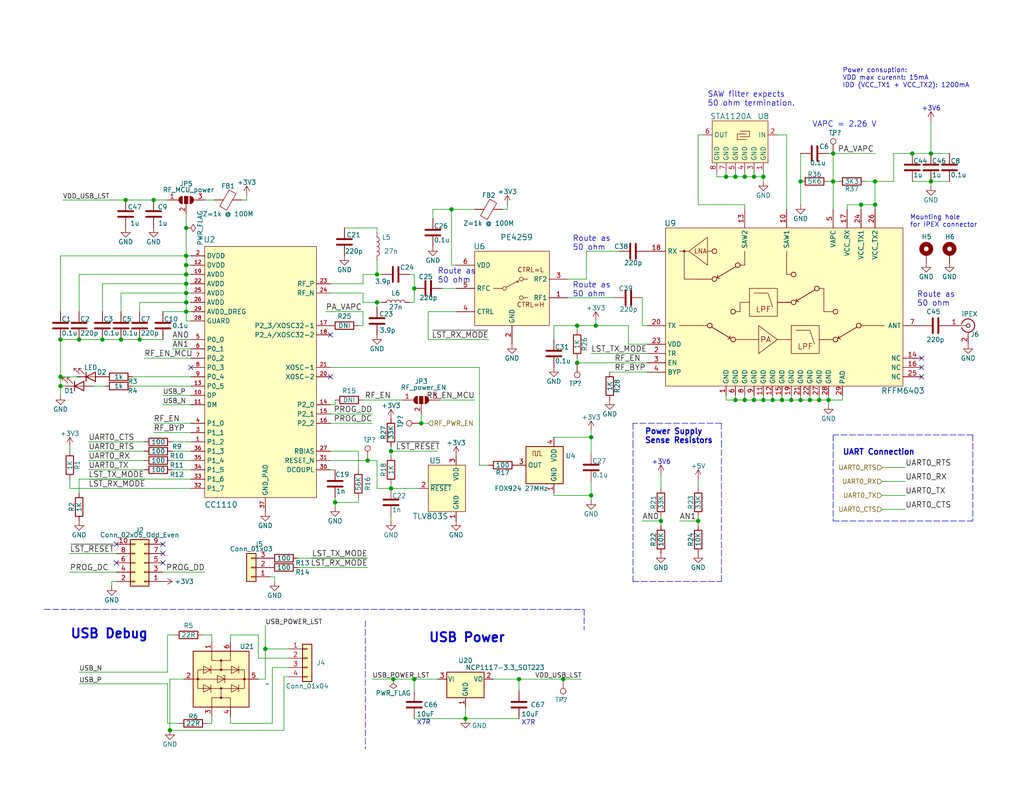
<source format=kicad_sch>
(kicad_sch (version 20211123) (generator eeschema)

  (uuid 31b0c6a8-031c-465a-a937-d97b09c540f9)

  (paper "USLetter")

  (title_block
    (title "BUTCube - communication module")
    (date "2021-11-18")
    (rev "v0.2")
    (company "VUT - FIT(STRaDe) & FME(IAE & IPE)")
    (comment 1 "Author: Štěpán Rydlo")
    (comment 2 "License")
    (comment 3 "This work is licensed under a Creative Commons Attribution-ShareAlike 4.0 International")
    (comment 4 "Copyright 2018 Planet Labs Inc")
  )

  


  (junction (at 254 49.53) (diameter 1.016) (color 0 0 0 0)
    (uuid 01c59306-91a3-452b-92b5-9af8f8f257d6)
  )
  (junction (at 157.48 99.06) (diameter 1.016) (color 0 0 0 0)
    (uuid 0a79db37-f1d9-40b1-a24d-8bdfb8f637e2)
  )
  (junction (at 27.94 92.71) (diameter 1.016) (color 0 0 0 0)
    (uuid 0d095387-710d-4633-a6c3-04eab60b585a)
  )
  (junction (at 50.8 80.01) (diameter 1.016) (color 0 0 0 0)
    (uuid 10fa1a8c-62cb-4b8f-b916-b18d737ff71b)
  )
  (junction (at 153.67 185.42) (diameter 1.016) (color 0 0 0 0)
    (uuid 188eabba-12a3-47b7-9be1-03f0c5a948eb)
  )
  (junction (at 50.8 62.23) (diameter 1.016) (color 0 0 0 0)
    (uuid 19515fa4-c166-4b6e-837d-c01a89e98000)
  )
  (junction (at 21.59 92.71) (diameter 1.016) (color 0 0 0 0)
    (uuid 23345f3e-d08d-4834-b1dc-64de02569916)
  )
  (junction (at 100.33 125.73) (diameter 1.016) (color 0 0 0 0)
    (uuid 29cd9e70-9b68-44f7-96b2-fe993c246832)
  )
  (junction (at 215.9 109.22) (diameter 1.016) (color 0 0 0 0)
    (uuid 2ad4b4ba-3abd-4313-bed9-1edce936a95e)
  )
  (junction (at 102.87 74.93) (diameter 1.016) (color 0 0 0 0)
    (uuid 2e1d63b8-5189-41bb-8b6a-c4ada546b2d5)
  )
  (junction (at 107.315 185.42) (diameter 1.016) (color 0 0 0 0)
    (uuid 2f33286e-7553-4442-acf0-23c61fcd6ab0)
  )
  (junction (at 113.03 78.74) (diameter 1.016) (color 0 0 0 0)
    (uuid 2f5467a7-bd49-433c-92f2-60a842e66f7b)
  )
  (junction (at 161.29 119.38) (diameter 1.016) (color 0 0 0 0)
    (uuid 315d2b15-cfe6-4672-b3ad-24773f3df12c)
  )
  (junction (at 114.935 115.57) (diameter 1.016) (color 0 0 0 0)
    (uuid 41524d81-a7f7-45af-a8c6-15609b68d1fd)
  )
  (junction (at 50.8 69.85) (diameter 1.016) (color 0 0 0 0)
    (uuid 43f341b3-06e9-4e7a-a26e-5365b89d76bf)
  )
  (junction (at 208.28 48.26) (diameter 1.016) (color 0 0 0 0)
    (uuid 45a58c23-3e6d-4df0-af01-6d5948b0075c)
  )
  (junction (at 106.68 123.19) (diameter 1.016) (color 0 0 0 0)
    (uuid 47484446-e64c-4a82-88af-15de92cf6ad4)
  )
  (junction (at 203.2 109.22) (diameter 1.016) (color 0 0 0 0)
    (uuid 48034820-9d25-4020-8e74-d44c1441e803)
  )
  (junction (at 50.8 72.39) (diameter 1.016) (color 0 0 0 0)
    (uuid 4d51bc15-1f84-46be-8e16-e836b10f854e)
  )
  (junction (at 38.1 92.71) (diameter 1.016) (color 0 0 0 0)
    (uuid 5099f397-6fe7-454f-899c-34e2b5f22ca7)
  )
  (junction (at 106.68 133.35) (diameter 1.016) (color 0 0 0 0)
    (uuid 5206328f-de7d-41ba-bad8-f1768b7701cb)
  )
  (junction (at 234.95 55.88) (diameter 1.016) (color 0 0 0 0)
    (uuid 524d7aa8-362f-459a-b2ae-4ca2a0b1612b)
  )
  (junction (at 208.28 109.22) (diameter 1.016) (color 0 0 0 0)
    (uuid 5641be26-f5e9-482f-8616-297f17f4eae2)
  )
  (junction (at 161.29 135.255) (diameter 1.016) (color 0 0 0 0)
    (uuid 5a319d05-1a85-43fe-a179-ebcee7212a03)
  )
  (junction (at 41.91 54.61) (diameter 1.016) (color 0 0 0 0)
    (uuid 6474aa6c-825c-4f0f-9938-759b68df02a5)
  )
  (junction (at 91.44 137.16) (diameter 1.016) (color 0 0 0 0)
    (uuid 7114de55-86d9-46c1-a412-07f5eb895435)
  )
  (junction (at 113.03 185.42) (diameter 1.016) (color 0 0 0 0)
    (uuid 71aa3829-956e-4ff9-af3f-b06e50ab2b5a)
  )
  (junction (at 50.8 85.09) (diameter 1.016) (color 0 0 0 0)
    (uuid 750e60a2-e808-4253-8275-b79930fb2714)
  )
  (junction (at 16.51 102.87) (diameter 1.016) (color 0 0 0 0)
    (uuid 799d9f4a-bb6b-44d5-9f4c-3a30db59943d)
  )
  (junction (at 200.66 109.22) (diameter 1.016) (color 0 0 0 0)
    (uuid 7df9ce6f-7f38-4582-a049-7f92faf1abc9)
  )
  (junction (at 162.56 88.9) (diameter 1.016) (color 0 0 0 0)
    (uuid 80ace02d-cb21-4f08-bc25-572a9e56ff99)
  )
  (junction (at 180.34 142.24) (diameter 1.016) (color 0 0 0 0)
    (uuid 82907d2e-4560-49c2-9cfc-01b127317195)
  )
  (junction (at 227.33 41.91) (diameter 1.016) (color 0 0 0 0)
    (uuid 8313e187-c805-4927-8002-313a51839243)
  )
  (junction (at 213.36 109.22) (diameter 1.016) (color 0 0 0 0)
    (uuid 86143bb0-7899-4df8-b1df-baa3c0ac7889)
  )
  (junction (at 238.76 49.53) (diameter 1.016) (color 0 0 0 0)
    (uuid 8fd0b33a-45bf-4216-9d7e-a62e1c071730)
  )
  (junction (at 210.82 109.22) (diameter 1.016) (color 0 0 0 0)
    (uuid 90d503cf-92b2-4120-a4b0-03a2eddde893)
  )
  (junction (at 200.66 48.26) (diameter 1.016) (color 0 0 0 0)
    (uuid 93afd2e8-e16c-4e06-b872-cf0e624aee35)
  )
  (junction (at 50.8 77.47) (diameter 1.016) (color 0 0 0 0)
    (uuid 9e18f8b3-9e1a-4022-9224-10c12ca8a28d)
  )
  (junction (at 198.12 48.26) (diameter 1.016) (color 0 0 0 0)
    (uuid a09cb1c4-cc63-49c7-a35f-4b80c3ba2217)
  )
  (junction (at 34.29 54.61) (diameter 1.016) (color 0 0 0 0)
    (uuid a12b751e-ae7a-468c-af3d-31ed4d501b01)
  )
  (junction (at 127 196.215) (diameter 1.016) (color 0 0 0 0)
    (uuid a311f3c6-42e3-4584-9725-4a62ff91b6e3)
  )
  (junction (at 254 41.91) (diameter 1.016) (color 0 0 0 0)
    (uuid a4911204-1308-4d17-90a9-1ff5f9c57c9b)
  )
  (junction (at 16.51 92.71) (diameter 1.016) (color 0 0 0 0)
    (uuid ab0ea55a-63b3-4ece-836d-2844713a821f)
  )
  (junction (at 190.5 142.24) (diameter 1.016) (color 0 0 0 0)
    (uuid ab34b936-8ca5-4be1-8599-504cb86609fc)
  )
  (junction (at 227.33 49.53) (diameter 1.016) (color 0 0 0 0)
    (uuid b5cea0b5-192f-476b-a3c8-0c26e2231699)
  )
  (junction (at 220.98 109.22) (diameter 1.016) (color 0 0 0 0)
    (uuid bc01f3e7-a131-4f66-8abc-cc13e855d5e5)
  )
  (junction (at 123.19 57.15) (diameter 1.016) (color 0 0 0 0)
    (uuid bcacf97a-a49b-480c-96ed-a857f56faeb2)
  )
  (junction (at 205.74 48.26) (diameter 1.016) (color 0 0 0 0)
    (uuid be118b00-015b-445a-8fc5-7bf35350fda8)
  )
  (junction (at 16.51 105.41) (diameter 1.016) (color 0 0 0 0)
    (uuid c220da05-2a98-47be-9327-0c73c5263c41)
  )
  (junction (at 141.605 185.42) (diameter 1.016) (color 0 0 0 0)
    (uuid c38f28b6-5bd4-4cf9-b273-1e7b230f6b42)
  )
  (junction (at 218.44 49.53) (diameter 1.016) (color 0 0 0 0)
    (uuid cd2580a0-9e4c-4895-a13c-3b2ee33bafc4)
  )
  (junction (at 50.8 74.93) (diameter 1.016) (color 0 0 0 0)
    (uuid cd48b13f-c989-4ac1-a7f0-053afcd77527)
  )
  (junction (at 218.44 109.22) (diameter 1.016) (color 0 0 0 0)
    (uuid d337c492-7429-4618-b378-df29f72737e3)
  )
  (junction (at 157.48 88.9) (diameter 1.016) (color 0 0 0 0)
    (uuid d5c86a84-6c8b-48b5-b583-2fe7052421ab)
  )
  (junction (at 203.2 48.26) (diameter 1.016) (color 0 0 0 0)
    (uuid dd3da890-32ef-4a5a-aea4-e5d2141f1ff1)
  )
  (junction (at 102.87 82.55) (diameter 1.016) (color 0 0 0 0)
    (uuid dd5f7736-b8aa-44f2-a044-e514d63d48f3)
  )
  (junction (at 226.06 109.22) (diameter 1.016) (color 0 0 0 0)
    (uuid e002a979-85bc-451a-a77b-29ce2a8f19f9)
  )
  (junction (at 50.8 82.55) (diameter 1.016) (color 0 0 0 0)
    (uuid e7376da1-2f59-4570-81e8-46fca0289df0)
  )
  (junction (at 205.74 109.22) (diameter 1.016) (color 0 0 0 0)
    (uuid e8312cc4-6502-4783-b578-55c01e0393af)
  )
  (junction (at 33.02 92.71) (diameter 1.016) (color 0 0 0 0)
    (uuid ea7c53f9-3aa8-4198-9879-de95a5257915)
  )
  (junction (at 248.92 41.91) (diameter 1.016) (color 0 0 0 0)
    (uuid f240e733-157e-4a15-812f-78f42d8a8322)
  )
  (junction (at 46.355 199.39) (diameter 1.016) (color 0 0 0 0)
    (uuid f48f1d12-9008-4743-81e2-bdec45db64a1)
  )
  (junction (at 72.39 177.165) (diameter 1.016) (color 0 0 0 0)
    (uuid f879c0e8-5893-4eb4-8e59-2292a632100f)
  )
  (junction (at 238.76 55.88) (diameter 1.016) (color 0 0 0 0)
    (uuid fc13962a-a464-4fa2-b9a6-4c26667104ee)
  )
  (junction (at 223.52 109.22) (diameter 1.016) (color 0 0 0 0)
    (uuid fd34aa56-ded2-4e97-965a-a39457716f0c)
  )

  (no_connect (at 90.17 91.44) (uuid 07da0a64-f33b-469a-973d-c9b25dd8db9e))
  (no_connect (at 44.45 148.59) (uuid 1ed7ac17-6c61-4e9a-a0a5-ce3e8a7df851))
  (no_connect (at 31.75 153.67) (uuid 2835a888-a3b6-4aa1-bcc0-c16b4cc0a324))
  (no_connect (at 90.17 102.87) (uuid 39387e56-b387-4959-94ce-73d8a78be2b3))
  (no_connect (at 31.75 148.59) (uuid bd1c0dc9-9dab-4a8e-960f-1be5fb624ba2))
  (no_connect (at 251.46 102.87) (uuid db1a56a6-b7b9-4146-8cd1-d658900b5370))
  (no_connect (at 52.07 100.33) (uuid df72d2fc-ccdb-4b79-8a89-20cce0c913c5))
  (no_connect (at 44.45 153.67) (uuid ebb02fa3-ca97-44d1-9429-1497c5b0f1f5))
  (no_connect (at 44.45 151.13) (uuid edbe6432-cdc2-4880-a5a5-187633fe248e))
  (no_connect (at 251.46 100.33) (uuid ee771831-bd6c-4140-95ae-f4245c540cb3))
  (no_connect (at 251.46 97.79) (uuid f69c727c-cf15-44ef-bbb7-55c493ba44b2))

  (wire (pts (xy 44.45 85.09) (xy 50.8 85.09))
    (stroke (width 0) (type solid) (color 0 0 0 0))
    (uuid 001f07de-c19f-406c-b57a-a7031dae9029)
  )
  (wire (pts (xy 33.02 85.09) (xy 33.02 80.01))
    (stroke (width 0) (type solid) (color 0 0 0 0))
    (uuid 018609aa-4a55-47cc-a055-9d5ffe6dc215)
  )
  (wire (pts (xy 200.66 107.95) (xy 200.66 109.22))
    (stroke (width 0) (type solid) (color 0 0 0 0))
    (uuid 0373717a-7c25-4cdc-8b84-630b3315e48e)
  )
  (wire (pts (xy 141.605 185.42) (xy 153.67 185.42))
    (stroke (width 0) (type solid) (color 0 0 0 0))
    (uuid 059e8dca-9ef5-4b78-b8b5-aeb79e8f2bfd)
  )
  (wire (pts (xy 153.67 185.42) (xy 158.75 185.42))
    (stroke (width 0) (type solid) (color 0 0 0 0))
    (uuid 059e8dca-9ef5-4b78-b8b5-aeb79e8f2bfe)
  )
  (wire (pts (xy 218.44 109.22) (xy 218.44 107.95))
    (stroke (width 0) (type solid) (color 0 0 0 0))
    (uuid 0710b66f-ed0f-4f67-aa8a-31dd493d8f35)
  )
  (wire (pts (xy 91.44 135.89) (xy 91.44 137.16))
    (stroke (width 0) (type solid) (color 0 0 0 0))
    (uuid 09154a0d-12c0-48b5-9163-39dfdea66f78)
  )
  (wire (pts (xy 99.06 109.22) (xy 109.855 109.22))
    (stroke (width 0) (type solid) (color 0 0 0 0))
    (uuid 09a75c36-fcdf-40c7-95be-3890ff327f77)
  )
  (wire (pts (xy 16.51 102.87) (xy 20.955 102.87))
    (stroke (width 0) (type solid) (color 0 0 0 0))
    (uuid 0b6b40ce-ef74-431c-877d-a5a7c35123ec)
  )
  (wire (pts (xy 218.44 49.53) (xy 218.44 55.88))
    (stroke (width 0) (type solid) (color 0 0 0 0))
    (uuid 0c0d9994-3ef0-4a04-88b7-fc1eb3001b96)
  )
  (wire (pts (xy 44.45 110.49) (xy 52.07 110.49))
    (stroke (width 0) (type solid) (color 0 0 0 0))
    (uuid 0c4711d2-f924-4aaf-b681-013f2e628010)
  )
  (polyline (pts (xy 227.33 118.745) (xy 227.33 142.24))
    (stroke (width 0) (type dash) (color 0 0 0 0))
    (uuid 0c9843d3-6f79-438b-95f0-dfbdac5cc9dc)
  )

  (wire (pts (xy 254 49.53) (xy 254 50.8))
    (stroke (width 0) (type solid) (color 0 0 0 0))
    (uuid 0d027b60-4a36-4ddb-b001-ac52e50f2d2d)
  )
  (wire (pts (xy 90.17 100.33) (xy 130.81 100.33))
    (stroke (width 0) (type solid) (color 0 0 0 0))
    (uuid 0d2c17bc-b8aa-45c1-b925-6665cb347660)
  )
  (wire (pts (xy 50.8 85.09) (xy 50.8 87.63))
    (stroke (width 0) (type solid) (color 0 0 0 0))
    (uuid 0e72e75f-373b-435d-b33b-09ebfd173830)
  )
  (wire (pts (xy 21.59 74.93) (xy 50.8 74.93))
    (stroke (width 0) (type solid) (color 0 0 0 0))
    (uuid 0e846a0c-79e7-488b-ba52-6f3e26c690b2)
  )
  (wire (pts (xy 210.82 109.22) (xy 210.82 107.95))
    (stroke (width 0) (type solid) (color 0 0 0 0))
    (uuid 0f609822-a8cd-43ce-84e2-f7d94f29511a)
  )
  (wire (pts (xy 234.95 55.88) (xy 238.76 55.88))
    (stroke (width 0) (type solid) (color 0 0 0 0))
    (uuid 109b5d79-35e2-4194-b65b-12103b73437d)
  )
  (wire (pts (xy 67.31 54.61) (xy 66.04 54.61))
    (stroke (width 0) (type solid) (color 0 0 0 0))
    (uuid 10e88112-67c2-446f-b77b-b8a3b994c6ea)
  )
  (wire (pts (xy 16.51 92.71) (xy 21.59 92.71))
    (stroke (width 0) (type solid) (color 0 0 0 0))
    (uuid 113ffbe2-2693-4119-bdb8-11dea62ba7f3)
  )
  (wire (pts (xy 21.59 92.71) (xy 27.94 92.71))
    (stroke (width 0) (type solid) (color 0 0 0 0))
    (uuid 113ffbe2-2693-4119-bdb8-11dea62ba7f4)
  )
  (wire (pts (xy 27.94 92.71) (xy 33.02 92.71))
    (stroke (width 0) (type solid) (color 0 0 0 0))
    (uuid 113ffbe2-2693-4119-bdb8-11dea62ba7f5)
  )
  (wire (pts (xy 33.02 92.71) (xy 38.1 92.71))
    (stroke (width 0) (type solid) (color 0 0 0 0))
    (uuid 113ffbe2-2693-4119-bdb8-11dea62ba7f6)
  )
  (wire (pts (xy 38.1 92.71) (xy 44.45 92.71))
    (stroke (width 0) (type solid) (color 0 0 0 0))
    (uuid 113ffbe2-2693-4119-bdb8-11dea62ba7f7)
  )
  (wire (pts (xy 25.4 105.41) (xy 28.575 105.41))
    (stroke (width 0) (type solid) (color 0 0 0 0))
    (uuid 1146694e-218f-4201-8413-2bbbd0b538b8)
  )
  (wire (pts (xy 200.66 109.22) (xy 203.2 109.22))
    (stroke (width 0) (type solid) (color 0 0 0 0))
    (uuid 11aedbf9-ee99-46e0-b57c-61a564fc0c9d)
  )
  (wire (pts (xy 226.06 109.22) (xy 229.87 109.22))
    (stroke (width 0) (type solid) (color 0 0 0 0))
    (uuid 11b61e24-b47d-4468-a231-e50344252b5c)
  )
  (wire (pts (xy 106.68 123.19) (xy 119.38 123.19))
    (stroke (width 0) (type solid) (color 0 0 0 0))
    (uuid 11ba78fb-ebb8-4e98-bba1-f0585b1932a3)
  )
  (wire (pts (xy 113.03 196.215) (xy 127 196.215))
    (stroke (width 0) (type solid) (color 0 0 0 0))
    (uuid 1348c5ac-2fb1-4a67-8dfd-2636db4fd5c6)
  )
  (polyline (pts (xy 172.72 158.75) (xy 196.85 158.75))
    (stroke (width 0) (type dash) (color 0 0 0 0))
    (uuid 141d3c1a-1762-448a-9cfa-f89bf7413dc7)
  )

  (wire (pts (xy 213.36 109.22) (xy 215.9 109.22))
    (stroke (width 0) (type solid) (color 0 0 0 0))
    (uuid 1522b5bc-ebf8-41de-9572-261e3a69705d)
  )
  (wire (pts (xy 191.77 36.83) (xy 190.5 36.83))
    (stroke (width 0) (type solid) (color 0 0 0 0))
    (uuid 15ac16c8-52ac-44ce-a521-a190b21f0924)
  )
  (wire (pts (xy 97.79 123.19) (xy 97.79 128.27))
    (stroke (width 0) (type solid) (color 0 0 0 0))
    (uuid 166b26ff-bfb3-406d-ad92-203f5b99e068)
  )
  (wire (pts (xy 171.45 88.9) (xy 171.45 93.98))
    (stroke (width 0) (type solid) (color 0 0 0 0))
    (uuid 167037b1-d01c-491f-a1c7-b20d8f415ca8)
  )
  (wire (pts (xy 220.98 109.22) (xy 223.52 109.22))
    (stroke (width 0) (type solid) (color 0 0 0 0))
    (uuid 192212d3-ee44-4e56-bc2e-76b0d5b77d7d)
  )
  (wire (pts (xy 50.8 77.47) (xy 50.8 80.01))
    (stroke (width 0) (type solid) (color 0 0 0 0))
    (uuid 1a979674-d889-47de-966a-8123d483e225)
  )
  (wire (pts (xy 50.8 72.39) (xy 50.8 74.93))
    (stroke (width 0) (type solid) (color 0 0 0 0))
    (uuid 1b5f8d9f-c23f-4236-9fd7-834c95ba777f)
  )
  (wire (pts (xy 166.37 101.6) (xy 176.53 101.6))
    (stroke (width 0) (type solid) (color 0 0 0 0))
    (uuid 1d9b658c-72c4-4fa8-8714-18f25c995c9e)
  )
  (wire (pts (xy 114.935 115.57) (xy 116.84 115.57))
    (stroke (width 0) (type solid) (color 0 0 0 0))
    (uuid 1dc67f17-17fc-4b94-a2b7-70a0b6a5895f)
  )
  (wire (pts (xy 19.05 130.81) (xy 19.05 133.35))
    (stroke (width 0) (type solid) (color 0 0 0 0))
    (uuid 1e1bea3b-7b95-4b92-8311-8c0cf9ab3b11)
  )
  (wire (pts (xy 151.13 119.38) (xy 161.29 119.38))
    (stroke (width 0) (type solid) (color 0 0 0 0))
    (uuid 1ec1b280-1569-452e-b090-747caa7aaf5a)
  )
  (wire (pts (xy 161.29 119.38) (xy 161.29 117.475))
    (stroke (width 0) (type solid) (color 0 0 0 0))
    (uuid 1ec1b280-1569-452e-b090-747caa7aaf5b)
  )
  (wire (pts (xy 124.46 85.09) (xy 116.84 85.09))
    (stroke (width 0) (type solid) (color 0 0 0 0))
    (uuid 1f347094-93bf-4b07-9085-d23f0392ce6c)
  )
  (wire (pts (xy 161.29 119.38) (xy 161.29 123.825))
    (stroke (width 0) (type solid) (color 0 0 0 0))
    (uuid 206c2727-0113-4166-a45e-63cd4490f544)
  )
  (wire (pts (xy 45.72 173.355) (xy 45.72 183.515))
    (stroke (width 0) (type solid) (color 0 0 0 0))
    (uuid 23adf46f-58d5-49e7-a049-169b28eff4df)
  )
  (polyline (pts (xy 196.85 158.75) (xy 196.85 120.65))
    (stroke (width 0) (type dash) (color 0 0 0 0))
    (uuid 23d25f05-5e54-4add-8440-1b652a8f7209)
  )

  (wire (pts (xy 240.665 139.065) (xy 247.015 139.065))
    (stroke (width 0) (type solid) (color 0 0 0 0))
    (uuid 24e7097d-1990-444b-8d4e-bac95a486c84)
  )
  (wire (pts (xy 57.785 175.26) (xy 57.785 173.355))
    (stroke (width 0) (type solid) (color 0 0 0 0))
    (uuid 26f203a9-b1fb-4798-898c-bbb5c7b4fd8f)
  )
  (wire (pts (xy 90.17 125.73) (xy 100.33 125.73))
    (stroke (width 0) (type solid) (color 0 0 0 0))
    (uuid 29ab046f-fabe-47c6-935c-bbb7ccacdac1)
  )
  (wire (pts (xy 100.33 125.73) (xy 102.87 125.73))
    (stroke (width 0) (type solid) (color 0 0 0 0))
    (uuid 29ab046f-fabe-47c6-935c-bbb7ccacdac2)
  )
  (wire (pts (xy 21.59 85.09) (xy 21.59 74.93))
    (stroke (width 0) (type solid) (color 0 0 0 0))
    (uuid 2b149225-5dc2-45e9-91fc-16c401e34f41)
  )
  (wire (pts (xy 27.94 77.47) (xy 50.8 77.47))
    (stroke (width 0) (type solid) (color 0 0 0 0))
    (uuid 2b38cbfa-8e29-4a9f-a100-1bf551f2379b)
  )
  (wire (pts (xy 198.12 109.22) (xy 200.66 109.22))
    (stroke (width 0) (type solid) (color 0 0 0 0))
    (uuid 2c47ad53-33de-48d0-bff8-867bbe6ccf17)
  )
  (polyline (pts (xy 265.43 118.745) (xy 265.43 142.24))
    (stroke (width 0) (type dash) (color 0 0 0 0))
    (uuid 2fed46af-ab5c-4f22-ad2e-9dac43568b3a)
  )

  (wire (pts (xy 200.66 48.26) (xy 200.66 46.99))
    (stroke (width 0) (type solid) (color 0 0 0 0))
    (uuid 319e19cc-8189-4657-9354-e7d7cb79752d)
  )
  (wire (pts (xy 99.06 74.93) (xy 102.87 74.93))
    (stroke (width 0) (type solid) (color 0 0 0 0))
    (uuid 32085c14-c8ff-4c74-bb8f-f38df5e2722c)
  )
  (wire (pts (xy 44.45 107.95) (xy 52.07 107.95))
    (stroke (width 0) (type solid) (color 0 0 0 0))
    (uuid 34712cd0-50ed-45a2-b52a-b463af69f139)
  )
  (wire (pts (xy 138.43 55.88) (xy 138.43 57.15))
    (stroke (width 0) (type solid) (color 0 0 0 0))
    (uuid 351e7051-f1c9-4aa2-8c25-261cf1a35681)
  )
  (wire (pts (xy 116.84 92.71) (xy 133.35 92.71))
    (stroke (width 0) (type solid) (color 0 0 0 0))
    (uuid 35c1ac7b-c789-4037-960a-7da6b39d1275)
  )
  (wire (pts (xy 205.74 109.22) (xy 208.28 109.22))
    (stroke (width 0) (type solid) (color 0 0 0 0))
    (uuid 377ad559-3999-4409-81a7-04291c175624)
  )
  (polyline (pts (xy 265.43 118.745) (xy 227.33 118.745))
    (stroke (width 0) (type dash) (color 0 0 0 0))
    (uuid 385a79cc-0097-4e5c-bd36-c7e34fd821ea)
  )

  (wire (pts (xy 229.87 109.22) (xy 229.87 107.95))
    (stroke (width 0) (type solid) (color 0 0 0 0))
    (uuid 38844825-51c0-4f8e-9567-c34438335e7d)
  )
  (wire (pts (xy 130.81 127) (xy 130.81 100.33))
    (stroke (width 0) (type solid) (color 0 0 0 0))
    (uuid 3b73e0c8-243f-471d-8ab9-f1844142f0a7)
  )
  (wire (pts (xy 50.8 80.01) (xy 50.8 82.55))
    (stroke (width 0) (type solid) (color 0 0 0 0))
    (uuid 3b8b6c41-2a6e-4dbf-8bc2-90b6df22e0b4)
  )
  (wire (pts (xy 226.06 109.22) (xy 226.06 110.49))
    (stroke (width 0) (type solid) (color 0 0 0 0))
    (uuid 3c0cba5d-8a1f-4fe4-bcef-cbb4e4900909)
  )
  (wire (pts (xy 67.31 53.34) (xy 67.31 54.61))
    (stroke (width 0) (type solid) (color 0 0 0 0))
    (uuid 3c7b332a-4c7a-4be5-a625-ceb96b7861ae)
  )
  (wire (pts (xy 195.58 48.26) (xy 198.12 48.26))
    (stroke (width 0) (type solid) (color 0 0 0 0))
    (uuid 3d9b2b5b-9a1d-48d3-bee2-c14975f3b3b4)
  )
  (wire (pts (xy 212.09 36.83) (xy 214.63 36.83))
    (stroke (width 0) (type solid) (color 0 0 0 0))
    (uuid 3e04bef0-7da8-4f01-8f5f-fca31f526381)
  )
  (wire (pts (xy 55.245 173.355) (xy 57.785 173.355))
    (stroke (width 0) (type solid) (color 0 0 0 0))
    (uuid 3ed27699-bb6a-4f70-9a2c-a62edae58f99)
  )
  (wire (pts (xy 102.87 125.73) (xy 102.87 133.35))
    (stroke (width 0) (type solid) (color 0 0 0 0))
    (uuid 3ee5e65d-a9c9-4286-9944-68ba1a61bfab)
  )
  (wire (pts (xy 254 33.02) (xy 254 41.91))
    (stroke (width 0) (type solid) (color 0 0 0 0))
    (uuid 3ff13a61-1e0c-4855-9d52-4fc1ece5382c)
  )
  (wire (pts (xy 99.06 88.9) (xy 99.06 85.09))
    (stroke (width 0) (type solid) (color 0 0 0 0))
    (uuid 4379819c-3929-474f-9d68-fda9f54ff7ab)
  )
  (wire (pts (xy 205.74 48.26) (xy 208.28 48.26))
    (stroke (width 0) (type solid) (color 0 0 0 0))
    (uuid 43d12444-e377-4197-9968-783a58bc8424)
  )
  (wire (pts (xy 157.48 88.9) (xy 162.56 88.9))
    (stroke (width 0) (type solid) (color 0 0 0 0))
    (uuid 46f58c7c-d3d5-4dd3-b2f6-b6348c8f541b)
  )
  (wire (pts (xy 74.93 157.48) (xy 74.93 158.75))
    (stroke (width 0) (type solid) (color 0 0 0 0))
    (uuid 48a74c96-989d-4fa5-b2a0-276dce85907d)
  )
  (wire (pts (xy 151.13 88.9) (xy 157.48 88.9))
    (stroke (width 0) (type solid) (color 0 0 0 0))
    (uuid 4c25f994-e097-45ed-9313-a42e3921ec7f)
  )
  (wire (pts (xy 223.52 109.22) (xy 223.52 107.95))
    (stroke (width 0) (type solid) (color 0 0 0 0))
    (uuid 4c3d8401-f612-4aa4-83e5-cabfa7c0f8b4)
  )
  (wire (pts (xy 107.315 185.42) (xy 113.03 185.42))
    (stroke (width 0) (type solid) (color 0 0 0 0))
    (uuid 4e0c1450-4220-49bf-a471-18367ec7cb1a)
  )
  (wire (pts (xy 99.06 82.55) (xy 99.06 80.01))
    (stroke (width 0) (type solid) (color 0 0 0 0))
    (uuid 4f299961-cb99-4155-869d-50162b2f4adb)
  )
  (polyline (pts (xy 12.065 166.37) (xy 154.305 166.37))
    (stroke (width 0) (type dash) (color 0 0 0 0))
    (uuid 50389179-35d1-47b7-b3d6-0fb15410f90d)
  )

  (wire (pts (xy 106.68 121.92) (xy 106.68 123.19))
    (stroke (width 0) (type solid) (color 0 0 0 0))
    (uuid 54344b2a-2650-4b56-91ff-bdecd1faf38e)
  )
  (wire (pts (xy 50.8 74.93) (xy 52.07 74.93))
    (stroke (width 0) (type solid) (color 0 0 0 0))
    (uuid 54d13763-408b-4a41-9186-7e3af4a919ac)
  )
  (wire (pts (xy 238.76 49.53) (xy 238.76 55.88))
    (stroke (width 0) (type solid) (color 0 0 0 0))
    (uuid 55d8989a-e63a-4fe3-8f86-b0e3191accfc)
  )
  (wire (pts (xy 52.07 92.71) (xy 46.99 92.71))
    (stroke (width 0) (type solid) (color 0 0 0 0))
    (uuid 56ce3273-3ee0-4329-bbcd-d8b69a8f3070)
  )
  (wire (pts (xy 97.79 137.16) (xy 91.44 137.16))
    (stroke (width 0) (type solid) (color 0 0 0 0))
    (uuid 581955b6-e8e4-4d61-a578-7709ab29ac75)
  )
  (polyline (pts (xy 159.385 166.37) (xy 159.385 172.085))
    (stroke (width 0) (type dash) (color 0 0 0 0))
    (uuid 59fc9f67-3071-4a3e-bf95-8e565640fbe7)
  )

  (wire (pts (xy 223.52 109.22) (xy 226.06 109.22))
    (stroke (width 0) (type solid) (color 0 0 0 0))
    (uuid 5c23ba07-6096-4e98-b472-ec8a3c15d914)
  )
  (wire (pts (xy 214.63 36.83) (xy 214.63 57.15))
    (stroke (width 0) (type solid) (color 0 0 0 0))
    (uuid 5e00478d-591e-4800-86e9-0db75327ffde)
  )
  (wire (pts (xy 134.62 185.42) (xy 141.605 185.42))
    (stroke (width 0) (type solid) (color 0 0 0 0))
    (uuid 5e547642-a505-4bbe-86b4-91097382ca0a)
  )
  (wire (pts (xy 231.14 57.15) (xy 231.14 55.88))
    (stroke (width 0) (type solid) (color 0 0 0 0))
    (uuid 5fbab6f0-2fe5-438b-9916-372b40015674)
  )
  (wire (pts (xy 45.72 186.69) (xy 45.72 197.485))
    (stroke (width 0) (type solid) (color 0 0 0 0))
    (uuid 602711c7-ab6a-413f-aa75-921555f8d673)
  )
  (wire (pts (xy 175.26 81.28) (xy 175.26 88.9))
    (stroke (width 0) (type solid) (color 0 0 0 0))
    (uuid 6148ea10-01a1-4644-ba84-1ee54146d684)
  )
  (wire (pts (xy 162.56 88.9) (xy 171.45 88.9))
    (stroke (width 0) (type solid) (color 0 0 0 0))
    (uuid 635fb2b2-74b7-4a48-bb98-29135b228a90)
  )
  (wire (pts (xy 99.06 77.47) (xy 90.17 77.47))
    (stroke (width 0) (type solid) (color 0 0 0 0))
    (uuid 6365cebb-414f-484d-9061-826154abad6e)
  )
  (wire (pts (xy 39.37 120.65) (xy 24.13 120.65))
    (stroke (width 0) (type solid) (color 0 0 0 0))
    (uuid 63e5da63-984b-4325-825d-29e69a73e506)
  )
  (wire (pts (xy 90.17 123.19) (xy 97.79 123.19))
    (stroke (width 0) (type solid) (color 0 0 0 0))
    (uuid 6433c154-fe65-4b82-8e3c-617090328608)
  )
  (wire (pts (xy 190.5 36.83) (xy 190.5 55.88))
    (stroke (width 0) (type solid) (color 0 0 0 0))
    (uuid 65309526-ca44-4883-a14c-aa0a4ad629a8)
  )
  (wire (pts (xy 157.48 99.06) (xy 176.53 99.06))
    (stroke (width 0) (type solid) (color 0 0 0 0))
    (uuid 655486e1-3625-4e66-8a89-83850994e9b1)
  )
  (wire (pts (xy 46.99 120.65) (xy 52.07 120.65))
    (stroke (width 0) (type solid) (color 0 0 0 0))
    (uuid 65f8db90-bcee-42cd-aff6-f9c60f72bc15)
  )
  (wire (pts (xy 123.19 72.39) (xy 124.46 72.39))
    (stroke (width 0) (type solid) (color 0 0 0 0))
    (uuid 66bf476c-e461-4d98-9190-21f83347191c)
  )
  (wire (pts (xy 19.05 133.35) (xy 52.07 133.35))
    (stroke (width 0) (type solid) (color 0 0 0 0))
    (uuid 679b6ff4-ae13-41cd-ba2f-d2c2284c2873)
  )
  (wire (pts (xy 46.355 199.39) (xy 77.47 199.39))
    (stroke (width 0) (type solid) (color 0 0 0 0))
    (uuid 694af52a-d924-4cb4-a1d0-340b1574d9e5)
  )
  (wire (pts (xy 77.47 184.785) (xy 77.47 199.39))
    (stroke (width 0) (type solid) (color 0 0 0 0))
    (uuid 694af52a-d924-4cb4-a1d0-340b1574d9e6)
  )
  (wire (pts (xy 78.74 184.785) (xy 77.47 184.785))
    (stroke (width 0) (type solid) (color 0 0 0 0))
    (uuid 694af52a-d924-4cb4-a1d0-340b1574d9e7)
  )
  (wire (pts (xy 154.94 81.28) (xy 167.64 81.28))
    (stroke (width 0) (type solid) (color 0 0 0 0))
    (uuid 6979c3c4-9cfc-4090-8611-8da498b03b45)
  )
  (wire (pts (xy 34.29 54.61) (xy 41.91 54.61))
    (stroke (width 0) (type solid) (color 0 0 0 0))
    (uuid 69b52d80-69ad-48b4-b665-c0c61f72ca5c)
  )
  (wire (pts (xy 101.6 185.42) (xy 107.315 185.42))
    (stroke (width 0) (type solid) (color 0 0 0 0))
    (uuid 6a3f6217-6b38-4055-8146-358c82bc1f08)
  )
  (wire (pts (xy 123.19 57.15) (xy 129.54 57.15))
    (stroke (width 0) (type solid) (color 0 0 0 0))
    (uuid 6a80006e-9704-4dc7-8552-a3db52873233)
  )
  (wire (pts (xy 215.9 109.22) (xy 215.9 107.95))
    (stroke (width 0) (type solid) (color 0 0 0 0))
    (uuid 6b384fbc-84c7-404b-b3ab-6d2b76900679)
  )
  (wire (pts (xy 70.485 179.705) (xy 78.74 179.705))
    (stroke (width 0) (type solid) (color 0 0 0 0))
    (uuid 6bd6d4c7-5f56-4394-a946-93777ef9718d)
  )
  (wire (pts (xy 240.665 135.255) (xy 247.015 135.255))
    (stroke (width 0) (type solid) (color 0 0 0 0))
    (uuid 6d5bbaa9-e04b-459f-bf13-fe6c008de1c8)
  )
  (polyline (pts (xy 172.72 115.57) (xy 172.72 120.65))
    (stroke (width 0) (type dash) (color 0 0 0 0))
    (uuid 6e5cdfa3-54f3-49b2-b1bb-d02c4c191cdf)
  )

  (wire (pts (xy 30.48 160.02) (xy 30.48 158.75))
    (stroke (width 0) (type solid) (color 0 0 0 0))
    (uuid 70ca4b9c-6ba9-40e9-aa20-c9a2d66d2939)
  )
  (wire (pts (xy 97.79 88.9) (xy 99.06 88.9))
    (stroke (width 0) (type solid) (color 0 0 0 0))
    (uuid 73468ba7-6cdc-4032-bbd4-28e07c379c25)
  )
  (wire (pts (xy 114.935 113.03) (xy 114.935 115.57))
    (stroke (width 0) (type solid) (color 0 0 0 0))
    (uuid 75dc6861-985b-4dcc-ae41-3b01b23b2c9e)
  )
  (wire (pts (xy 16.51 105.41) (xy 17.78 105.41))
    (stroke (width 0) (type solid) (color 0 0 0 0))
    (uuid 760fd7ce-6820-406f-aaf1-acdbe1764e42)
  )
  (wire (pts (xy 113.03 74.93) (xy 113.03 78.74))
    (stroke (width 0) (type solid) (color 0 0 0 0))
    (uuid 76643cc2-fb16-4b06-b4bf-d87e9ec768d8)
  )
  (wire (pts (xy 113.03 78.74) (xy 113.03 82.55))
    (stroke (width 0) (type solid) (color 0 0 0 0))
    (uuid 76643cc2-fb16-4b06-b4bf-d87e9ec768d9)
  )
  (polyline (pts (xy 196.85 115.57) (xy 172.72 115.57))
    (stroke (width 0) (type dash) (color 0 0 0 0))
    (uuid 782d0c58-d462-4e36-bc2d-8c8e66955acf)
  )

  (wire (pts (xy 208.28 109.22) (xy 208.28 107.95))
    (stroke (width 0) (type solid) (color 0 0 0 0))
    (uuid 79cd4230-8bca-4907-99b2-4ff7f990ba6b)
  )
  (wire (pts (xy 200.66 48.26) (xy 203.2 48.26))
    (stroke (width 0) (type solid) (color 0 0 0 0))
    (uuid 79ed2e8a-306d-42b6-8f6f-c947a821b344)
  )
  (wire (pts (xy 123.19 57.15) (xy 123.19 72.39))
    (stroke (width 0) (type solid) (color 0 0 0 0))
    (uuid 7a45da04-9607-4770-b85f-b923c3ad2189)
  )
  (wire (pts (xy 62.865 173.355) (xy 62.865 175.26))
    (stroke (width 0) (type solid) (color 0 0 0 0))
    (uuid 7abebd6e-3e83-4d03-8beb-614fa529bddb)
  )
  (wire (pts (xy 203.2 55.88) (xy 203.2 57.15))
    (stroke (width 0) (type solid) (color 0 0 0 0))
    (uuid 7b8e73f4-8719-4e99-bafa-f343abcc656f)
  )
  (wire (pts (xy 254 49.53) (xy 259.08 49.53))
    (stroke (width 0) (type solid) (color 0 0 0 0))
    (uuid 7b8e97d9-90a6-4c2a-b2d1-0c0315433566)
  )
  (wire (pts (xy 50.8 69.85) (xy 52.07 69.85))
    (stroke (width 0) (type solid) (color 0 0 0 0))
    (uuid 7d0e0291-71de-4189-8f7d-2298754407f1)
  )
  (wire (pts (xy 190.5 142.24) (xy 185.42 142.24))
    (stroke (width 0) (type solid) (color 0 0 0 0))
    (uuid 7d1c63d1-a8b5-46cf-8191-b4302f30026f)
  )
  (wire (pts (xy 118.11 57.15) (xy 118.11 59.69))
    (stroke (width 0) (type solid) (color 0 0 0 0))
    (uuid 7dd4ec1f-fcda-49f2-9e1d-8f133a85d0db)
  )
  (wire (pts (xy 141.605 185.42) (xy 141.605 188.595))
    (stroke (width 0) (type solid) (color 0 0 0 0))
    (uuid 7ebeda66-9682-4a99-b807-2f8e35cf37ee)
  )
  (wire (pts (xy 99.06 82.55) (xy 102.87 82.55))
    (stroke (width 0) (type solid) (color 0 0 0 0))
    (uuid 836eec7c-fbf7-467e-9160-a1fb985d7965)
  )
  (wire (pts (xy 102.87 82.55) (xy 104.14 82.55))
    (stroke (width 0) (type solid) (color 0 0 0 0))
    (uuid 836eec7c-fbf7-467e-9160-a1fb985d7966)
  )
  (polyline (pts (xy 172.72 120.65) (xy 172.72 158.75))
    (stroke (width 0) (type dash) (color 0 0 0 0))
    (uuid 8428dbb0-0d99-43d6-b277-60623ffe8362)
  )

  (wire (pts (xy 70.485 173.355) (xy 62.865 173.355))
    (stroke (width 0) (type solid) (color 0 0 0 0))
    (uuid 847d8cbb-f8b4-4ef7-b94a-4ebeba8829fc)
  )
  (wire (pts (xy 157.48 90.17) (xy 157.48 88.9))
    (stroke (width 0) (type solid) (color 0 0 0 0))
    (uuid 84e60649-87ce-446b-9b41-8379c6f5f706)
  )
  (wire (pts (xy 127 196.215) (xy 141.605 196.215))
    (stroke (width 0) (type solid) (color 0 0 0 0))
    (uuid 88a13519-2d9a-4739-98a2-a6808614972c)
  )
  (wire (pts (xy 160.02 76.2) (xy 154.94 76.2))
    (stroke (width 0) (type solid) (color 0 0 0 0))
    (uuid 88e25da9-c291-4ef9-b838-38374b532784)
  )
  (wire (pts (xy 21.59 130.81) (xy 52.07 130.81))
    (stroke (width 0) (type solid) (color 0 0 0 0))
    (uuid 8979dc7e-f18d-4026-ab5b-e25b6573fb73)
  )
  (wire (pts (xy 102.87 133.35) (xy 106.68 133.35))
    (stroke (width 0) (type solid) (color 0 0 0 0))
    (uuid 89ab63f3-a5eb-418a-8dbc-aa545fe2fda3)
  )
  (wire (pts (xy 208.28 46.99) (xy 208.28 48.26))
    (stroke (width 0) (type solid) (color 0 0 0 0))
    (uuid 8a184c8d-2256-4956-8857-565d532421c3)
  )
  (wire (pts (xy 210.82 109.22) (xy 213.36 109.22))
    (stroke (width 0) (type solid) (color 0 0 0 0))
    (uuid 8a395b98-221b-4cd6-a75c-522465851d3a)
  )
  (wire (pts (xy 90.17 110.49) (xy 91.44 110.49))
    (stroke (width 0) (type solid) (color 0 0 0 0))
    (uuid 8a511972-6230-4497-bf58-3bf0d5a2b0bb)
  )
  (wire (pts (xy 46.355 185.42) (xy 50.165 185.42))
    (stroke (width 0) (type solid) (color 0 0 0 0))
    (uuid 8c0859bf-34fe-4751-8689-96fdb6ee060e)
  )
  (wire (pts (xy 238.76 49.53) (xy 243.84 49.53))
    (stroke (width 0) (type solid) (color 0 0 0 0))
    (uuid 8d77db4e-6af2-44db-80f8-eaacb7c307b3)
  )
  (wire (pts (xy 120.015 109.22) (xy 129.54 109.22))
    (stroke (width 0) (type solid) (color 0 0 0 0))
    (uuid 8e213fbb-2736-48d5-b40e-8c19a30e95aa)
  )
  (wire (pts (xy 38.1 85.09) (xy 38.1 82.55))
    (stroke (width 0) (type solid) (color 0 0 0 0))
    (uuid 8e2d5558-3ef2-4127-b8dc-234d5ce7d871)
  )
  (wire (pts (xy 36.195 102.87) (xy 52.07 102.87))
    (stroke (width 0) (type solid) (color 0 0 0 0))
    (uuid 8ee3adec-fb01-490b-a3d5-c4eda133a51e)
  )
  (wire (pts (xy 162.56 88.9) (xy 162.56 87.63))
    (stroke (width 0) (type solid) (color 0 0 0 0))
    (uuid 8f1cc797-05b5-4a78-93d8-2693db8fa96a)
  )
  (wire (pts (xy 231.14 55.88) (xy 234.95 55.88))
    (stroke (width 0) (type solid) (color 0 0 0 0))
    (uuid 8f61a282-34e8-44b1-842f-26e644239ec8)
  )
  (wire (pts (xy 72.39 177.165) (xy 78.74 177.165))
    (stroke (width 0) (type solid) (color 0 0 0 0))
    (uuid 9084fab6-2376-44a8-a2d2-3b383caac079)
  )
  (wire (pts (xy 180.34 142.24) (xy 180.34 143.51))
    (stroke (width 0) (type solid) (color 0 0 0 0))
    (uuid 91bb5605-ee93-47ce-8b47-082c7cb0d74e)
  )
  (wire (pts (xy 243.84 41.91) (xy 248.92 41.91))
    (stroke (width 0) (type solid) (color 0 0 0 0))
    (uuid 91c03e93-a810-411a-be83-b8a16dda5618)
  )
  (wire (pts (xy 248.92 41.91) (xy 254 41.91))
    (stroke (width 0) (type solid) (color 0 0 0 0))
    (uuid 91c03e93-a810-411a-be83-b8a16dda5619)
  )
  (wire (pts (xy 176.53 96.52) (xy 161.29 96.52))
    (stroke (width 0) (type solid) (color 0 0 0 0))
    (uuid 92999079-c9b5-4e73-8e23-b257343d8a37)
  )
  (wire (pts (xy 99.06 85.09) (xy 88.9 85.09))
    (stroke (width 0) (type solid) (color 0 0 0 0))
    (uuid 92a13905-a032-40c2-a66e-1f7a1591878e)
  )
  (polyline (pts (xy 227.33 142.24) (xy 265.43 142.24))
    (stroke (width 0) (type dash) (color 0 0 0 0))
    (uuid 93b6690a-1b8f-4c80-a7ef-977cdf6f920e)
  )

  (wire (pts (xy 90.17 115.57) (xy 101.6 115.57))
    (stroke (width 0) (type solid) (color 0 0 0 0))
    (uuid 94d320cd-6eac-440c-bde0-344a8a565c6e)
  )
  (wire (pts (xy 50.8 74.93) (xy 50.8 77.47))
    (stroke (width 0) (type solid) (color 0 0 0 0))
    (uuid 950b441d-dca9-4246-b8e4-b044da04c1f9)
  )
  (wire (pts (xy 50.8 82.55) (xy 52.07 82.55))
    (stroke (width 0) (type solid) (color 0 0 0 0))
    (uuid 964ab87e-9f66-4e7e-ae1f-1a03d2bb00ab)
  )
  (wire (pts (xy 90.17 113.03) (xy 101.6 113.03))
    (stroke (width 0) (type solid) (color 0 0 0 0))
    (uuid 967ad674-4fdb-4590-bba2-78200aa5c49d)
  )
  (wire (pts (xy 90.17 128.27) (xy 91.44 128.27))
    (stroke (width 0) (type solid) (color 0 0 0 0))
    (uuid 96a09475-4977-46b1-9ca4-9249e3c3e17e)
  )
  (wire (pts (xy 120.65 78.74) (xy 124.46 78.74))
    (stroke (width 0) (type solid) (color 0 0 0 0))
    (uuid 96adb8b7-79cd-4fe6-95a1-a5944cb60b05)
  )
  (wire (pts (xy 215.9 109.22) (xy 218.44 109.22))
    (stroke (width 0) (type solid) (color 0 0 0 0))
    (uuid 9750df8a-5795-4bfb-b264-dfd9cb37036c)
  )
  (wire (pts (xy 106.68 133.35) (xy 114.3 133.35))
    (stroke (width 0) (type solid) (color 0 0 0 0))
    (uuid 97dee1c5-1752-40ec-895c-59c7251891d6)
  )
  (wire (pts (xy 102.87 74.93) (xy 102.87 71.12))
    (stroke (width 0) (type solid) (color 0 0 0 0))
    (uuid 98631438-24a5-4be5-97df-07b393f677ac)
  )
  (wire (pts (xy 31.75 151.13) (xy 19.05 151.13))
    (stroke (width 0) (type solid) (color 0 0 0 0))
    (uuid 9942928c-6d04-4425-a9e4-f3e8957c3313)
  )
  (wire (pts (xy 113.03 82.55) (xy 111.76 82.55))
    (stroke (width 0) (type solid) (color 0 0 0 0))
    (uuid 99889696-89ef-4390-8c65-b5d8d436ce33)
  )
  (wire (pts (xy 151.13 134.62) (xy 151.13 135.255))
    (stroke (width 0) (type solid) (color 0 0 0 0))
    (uuid 99892513-8b7f-4d00-bfb9-52bfb79d164b)
  )
  (wire (pts (xy 151.13 135.255) (xy 161.29 135.255))
    (stroke (width 0) (type solid) (color 0 0 0 0))
    (uuid 99892513-8b7f-4d00-bfb9-52bfb79d164c)
  )
  (wire (pts (xy 161.29 135.255) (xy 161.29 136.525))
    (stroke (width 0) (type solid) (color 0 0 0 0))
    (uuid 99892513-8b7f-4d00-bfb9-52bfb79d164d)
  )
  (wire (pts (xy 91.44 137.16) (xy 91.44 138.43))
    (stroke (width 0) (type solid) (color 0 0 0 0))
    (uuid 9a336e60-212c-4b0f-b392-b5a1c8b9f766)
  )
  (wire (pts (xy 203.2 46.99) (xy 203.2 48.26))
    (stroke (width 0) (type solid) (color 0 0 0 0))
    (uuid 9ef6fa2c-4e0e-417e-bdc1-c6a0df6e4cfc)
  )
  (wire (pts (xy 27.94 85.09) (xy 27.94 77.47))
    (stroke (width 0) (type solid) (color 0 0 0 0))
    (uuid 9ff02183-ed72-4e70-85ff-dde8c81e6605)
  )
  (wire (pts (xy 48.895 197.485) (xy 45.72 197.485))
    (stroke (width 0) (type solid) (color 0 0 0 0))
    (uuid a00d60aa-6b4b-4a5a-8c72-cacb30198886)
  )
  (wire (pts (xy 33.02 80.01) (xy 50.8 80.01))
    (stroke (width 0) (type solid) (color 0 0 0 0))
    (uuid a10396ae-a1e6-4d63-bd03-8767d74cde3b)
  )
  (wire (pts (xy 91.44 110.49) (xy 91.44 109.22))
    (stroke (width 0) (type solid) (color 0 0 0 0))
    (uuid a176db7b-8c29-491e-ac4f-d39af84cb433)
  )
  (wire (pts (xy 21.59 186.69) (xy 45.72 186.69))
    (stroke (width 0) (type solid) (color 0 0 0 0))
    (uuid a2bac812-9657-4c5b-ad98-f1a22472482d)
  )
  (wire (pts (xy 227.33 49.53) (xy 228.6 49.53))
    (stroke (width 0) (type solid) (color 0 0 0 0))
    (uuid a3030fc4-abe6-450b-9278-60bdb37256d8)
  )
  (wire (pts (xy 50.8 69.85) (xy 50.8 72.39))
    (stroke (width 0) (type solid) (color 0 0 0 0))
    (uuid a343497b-c29d-483a-9660-8a714e911b40)
  )
  (wire (pts (xy 248.92 49.53) (xy 254 49.53))
    (stroke (width 0) (type solid) (color 0 0 0 0))
    (uuid a3c70de4-00e0-449b-bdee-b021bdb0c95f)
  )
  (wire (pts (xy 106.68 123.19) (xy 106.68 124.46))
    (stroke (width 0) (type solid) (color 0 0 0 0))
    (uuid a7534b1c-6bd7-4b3c-b826-0f8aecc26bfe)
  )
  (wire (pts (xy 39.37 125.73) (xy 24.13 125.73))
    (stroke (width 0) (type solid) (color 0 0 0 0))
    (uuid a9660e5a-ff1c-47bd-ae35-d302e675c3aa)
  )
  (wire (pts (xy 157.48 99.06) (xy 157.48 97.79))
    (stroke (width 0) (type solid) (color 0 0 0 0))
    (uuid a975c995-433a-422c-93e5-dd40ad786ad9)
  )
  (wire (pts (xy 205.74 109.22) (xy 205.74 107.95))
    (stroke (width 0) (type solid) (color 0 0 0 0))
    (uuid a9b46b85-8dba-476f-b832-2edbf54671f0)
  )
  (wire (pts (xy 41.91 54.61) (xy 45.72 54.61))
    (stroke (width 0) (type solid) (color 0 0 0 0))
    (uuid aa33eebd-6e7c-4ba0-a8cd-1020840d9e55)
  )
  (wire (pts (xy 50.8 77.47) (xy 52.07 77.47))
    (stroke (width 0) (type solid) (color 0 0 0 0))
    (uuid aac38559-f386-4ec1-a157-c1f05f398a5c)
  )
  (wire (pts (xy 198.12 107.95) (xy 198.12 109.22))
    (stroke (width 0) (type solid) (color 0 0 0 0))
    (uuid aaf740c2-faa2-495f-84be-619dec460268)
  )
  (wire (pts (xy 106.68 140.97) (xy 106.68 142.24))
    (stroke (width 0) (type solid) (color 0 0 0 0))
    (uuid ab821e9d-e355-46b3-805a-1f64f3b1b203)
  )
  (wire (pts (xy 62.865 195.58) (xy 62.865 197.485))
    (stroke (width 0) (type solid) (color 0 0 0 0))
    (uuid adcdd075-6c08-4dd0-b191-6ff6f5997428)
  )
  (wire (pts (xy 203.2 48.26) (xy 205.74 48.26))
    (stroke (width 0) (type solid) (color 0 0 0 0))
    (uuid b0156381-b893-4c65-9b74-da3b21d9b566)
  )
  (wire (pts (xy 138.43 57.15) (xy 137.16 57.15))
    (stroke (width 0) (type solid) (color 0 0 0 0))
    (uuid b149c046-7381-463d-8cc5-3e6d338c5c33)
  )
  (wire (pts (xy 218.44 109.22) (xy 220.98 109.22))
    (stroke (width 0) (type solid) (color 0 0 0 0))
    (uuid b150f2ba-8e4c-4aab-9773-282dab7d0bdb)
  )
  (wire (pts (xy 195.58 46.99) (xy 195.58 48.26))
    (stroke (width 0) (type solid) (color 0 0 0 0))
    (uuid b29d3e36-c2e5-4784-b486-bba4b7abc50d)
  )
  (wire (pts (xy 50.8 80.01) (xy 52.07 80.01))
    (stroke (width 0) (type solid) (color 0 0 0 0))
    (uuid b33cf266-84d0-4c7c-a18c-865e9f48e2f0)
  )
  (wire (pts (xy 99.06 80.01) (xy 90.17 80.01))
    (stroke (width 0) (type solid) (color 0 0 0 0))
    (uuid b367b5bf-7a24-4358-9d1e-f79ddc82a910)
  )
  (wire (pts (xy 62.865 197.485) (xy 74.295 197.485))
    (stroke (width 0) (type solid) (color 0 0 0 0))
    (uuid b3ab69df-5f2a-45f2-8cce-6cf6acb18aa7)
  )
  (wire (pts (xy 19.05 121.92) (xy 19.05 123.19))
    (stroke (width 0) (type solid) (color 0 0 0 0))
    (uuid b3cb7d03-5bef-4d3f-823f-001cb79fd627)
  )
  (wire (pts (xy 203.2 109.22) (xy 203.2 107.95))
    (stroke (width 0) (type solid) (color 0 0 0 0))
    (uuid b4630b16-3a28-4a7a-883e-31b0a0cdf4a3)
  )
  (wire (pts (xy 74.295 182.245) (xy 74.295 197.485))
    (stroke (width 0) (type solid) (color 0 0 0 0))
    (uuid b47beb3d-1e9d-4224-8dbb-f545fef39d56)
  )
  (wire (pts (xy 78.74 182.245) (xy 74.295 182.245))
    (stroke (width 0) (type solid) (color 0 0 0 0))
    (uuid b47beb3d-1e9d-4224-8dbb-f545fef39d57)
  )
  (wire (pts (xy 50.8 82.55) (xy 50.8 85.09))
    (stroke (width 0) (type solid) (color 0 0 0 0))
    (uuid b511643a-40b1-400d-8189-5eebb4df6d85)
  )
  (wire (pts (xy 39.37 123.19) (xy 24.13 123.19))
    (stroke (width 0) (type solid) (color 0 0 0 0))
    (uuid b81aeb5d-43a7-4688-8d97-2d73822fd324)
  )
  (wire (pts (xy 50.8 87.63) (xy 52.07 87.63))
    (stroke (width 0) (type solid) (color 0 0 0 0))
    (uuid b8de970d-f9b3-4edd-a4c1-79bb1ba723bf)
  )
  (wire (pts (xy 46.99 125.73) (xy 52.07 125.73))
    (stroke (width 0) (type solid) (color 0 0 0 0))
    (uuid b8e393ea-6246-40cb-af9d-35795b2dad95)
  )
  (wire (pts (xy 50.8 85.09) (xy 52.07 85.09))
    (stroke (width 0) (type solid) (color 0 0 0 0))
    (uuid b9abca4b-f17e-49da-9cf2-36b785c7066a)
  )
  (wire (pts (xy 227.33 41.91) (xy 238.76 41.91))
    (stroke (width 0) (type solid) (color 0 0 0 0))
    (uuid b9b9b3ba-dfea-4d21-9c31-3a251539ceab)
  )
  (wire (pts (xy 127 193.04) (xy 127 196.215))
    (stroke (width 0) (type solid) (color 0 0 0 0))
    (uuid ba8cc42c-f528-4161-907e-cbec8d2ee7c5)
  )
  (wire (pts (xy 180.34 140.97) (xy 180.34 142.24))
    (stroke (width 0) (type solid) (color 0 0 0 0))
    (uuid be05d8b3-36b3-46f4-a361-863fc8bfbb67)
  )
  (wire (pts (xy 106.68 132.08) (xy 106.68 133.35))
    (stroke (width 0) (type solid) (color 0 0 0 0))
    (uuid bf84d9fe-6459-41be-a870-c95042cc3f78)
  )
  (wire (pts (xy 16.51 85.09) (xy 16.51 69.85))
    (stroke (width 0) (type solid) (color 0 0 0 0))
    (uuid bfb94146-2417-495c-afbe-daff6e2e6224)
  )
  (wire (pts (xy 190.5 55.88) (xy 203.2 55.88))
    (stroke (width 0) (type solid) (color 0 0 0 0))
    (uuid c08adf76-b285-415a-a901-0bee7fb554a4)
  )
  (wire (pts (xy 205.74 46.99) (xy 205.74 48.26))
    (stroke (width 0) (type solid) (color 0 0 0 0))
    (uuid c38db051-81da-4345-8e5b-a7cf92048822)
  )
  (wire (pts (xy 161.29 131.445) (xy 161.29 135.255))
    (stroke (width 0) (type solid) (color 0 0 0 0))
    (uuid c3ec03c1-d68d-41aa-b2f5-70870d7100ea)
  )
  (wire (pts (xy 47.625 173.355) (xy 45.72 173.355))
    (stroke (width 0) (type solid) (color 0 0 0 0))
    (uuid c4ac730c-b9d8-4e68-898f-921e1d197d81)
  )
  (wire (pts (xy 81.28 152.4) (xy 100.33 152.4))
    (stroke (width 0) (type solid) (color 0 0 0 0))
    (uuid c6654a9d-4cbb-48d0-a16d-092d139d39d0)
  )
  (wire (pts (xy 102.87 82.55) (xy 102.87 83.82))
    (stroke (width 0) (type solid) (color 0 0 0 0))
    (uuid c6ee1b1a-978a-4ce9-8ce2-7b98dcba6384)
  )
  (wire (pts (xy 50.8 72.39) (xy 52.07 72.39))
    (stroke (width 0) (type solid) (color 0 0 0 0))
    (uuid c9b7ba65-58a6-471e-b4dc-f071eee93d01)
  )
  (wire (pts (xy 16.51 69.85) (xy 50.8 69.85))
    (stroke (width 0) (type solid) (color 0 0 0 0))
    (uuid cb64e1e3-a20b-4d0d-9852-74e7a2db52d2)
  )
  (wire (pts (xy 36.195 105.41) (xy 52.07 105.41))
    (stroke (width 0) (type solid) (color 0 0 0 0))
    (uuid cc3c8d8b-72e6-4409-b53a-5c41e1952a54)
  )
  (wire (pts (xy 227.33 41.91) (xy 227.33 49.53))
    (stroke (width 0) (type solid) (color 0 0 0 0))
    (uuid cd155476-5634-4503-a819-b2363846c25d)
  )
  (wire (pts (xy 254 41.91) (xy 259.08 41.91))
    (stroke (width 0) (type solid) (color 0 0 0 0))
    (uuid cd195e82-0816-4ac7-a522-9bd375b58ec9)
  )
  (wire (pts (xy 52.07 115.57) (xy 41.91 115.57))
    (stroke (width 0) (type solid) (color 0 0 0 0))
    (uuid ce68e74f-46c4-471a-bb68-0a1d2d36e7b4)
  )
  (polyline (pts (xy 154.305 166.37) (xy 159.385 166.37))
    (stroke (width 0) (type dash) (color 0 0 0 0))
    (uuid d0323b2a-0d06-47b4-aaa1-63f36f2ebdf5)
  )

  (wire (pts (xy 73.66 157.48) (xy 74.93 157.48))
    (stroke (width 0) (type solid) (color 0 0 0 0))
    (uuid d08771cf-a1f2-4353-aa29-79f7dad276b9)
  )
  (wire (pts (xy 38.1 82.55) (xy 50.8 82.55))
    (stroke (width 0) (type solid) (color 0 0 0 0))
    (uuid d0acf503-0287-4f12-a3a1-ed6526d69b81)
  )
  (wire (pts (xy 16.51 92.71) (xy 16.51 102.87))
    (stroke (width 0) (type solid) (color 0 0 0 0))
    (uuid d0f15985-7d7b-4048-994a-65bcb688b4a1)
  )
  (wire (pts (xy 16.51 102.87) (xy 16.51 105.41))
    (stroke (width 0) (type solid) (color 0 0 0 0))
    (uuid d0f15985-7d7b-4048-994a-65bcb688b4a2)
  )
  (wire (pts (xy 16.51 105.41) (xy 16.51 107.95))
    (stroke (width 0) (type solid) (color 0 0 0 0))
    (uuid d0f15985-7d7b-4048-994a-65bcb688b4a3)
  )
  (wire (pts (xy 46.99 123.19) (xy 52.07 123.19))
    (stroke (width 0) (type solid) (color 0 0 0 0))
    (uuid d290f9c6-590c-4735-a434-3b632c88ffb8)
  )
  (wire (pts (xy 81.28 154.94) (xy 100.33 154.94))
    (stroke (width 0) (type solid) (color 0 0 0 0))
    (uuid d2c8f905-e555-41f4-8168-eea8be832fa5)
  )
  (wire (pts (xy 34.29 54.61) (xy 17.145 54.61))
    (stroke (width 0) (type solid) (color 0 0 0 0))
    (uuid d33926db-1156-4050-92fb-d71cc22303ac)
  )
  (wire (pts (xy 238.76 55.88) (xy 238.76 57.15))
    (stroke (width 0) (type solid) (color 0 0 0 0))
    (uuid d38648ce-b87c-4efe-96d0-611248799e09)
  )
  (wire (pts (xy 220.98 109.22) (xy 220.98 107.95))
    (stroke (width 0) (type solid) (color 0 0 0 0))
    (uuid d4bbd0a8-671b-4865-8612-ff960cb91c3d)
  )
  (wire (pts (xy 46.99 128.27) (xy 52.07 128.27))
    (stroke (width 0) (type solid) (color 0 0 0 0))
    (uuid d52cd717-f4c3-441c-ab95-57fd2e3990b4)
  )
  (wire (pts (xy 102.87 63.5) (xy 102.87 62.23))
    (stroke (width 0) (type solid) (color 0 0 0 0))
    (uuid d6338f31-daac-4ead-9090-402dc77df3a0)
  )
  (wire (pts (xy 111.76 74.93) (xy 113.03 74.93))
    (stroke (width 0) (type solid) (color 0 0 0 0))
    (uuid d633ca27-8f34-4409-81ec-34d89481dca1)
  )
  (wire (pts (xy 52.07 118.11) (xy 41.91 118.11))
    (stroke (width 0) (type solid) (color 0 0 0 0))
    (uuid d67f9b0e-275f-4dfc-9094-a32d66c82ef7)
  )
  (wire (pts (xy 55.88 54.61) (xy 58.42 54.61))
    (stroke (width 0) (type solid) (color 0 0 0 0))
    (uuid d7d1d85f-01f7-48bb-abec-fc4754f8487e)
  )
  (wire (pts (xy 243.84 49.53) (xy 243.84 41.91))
    (stroke (width 0) (type solid) (color 0 0 0 0))
    (uuid d7e7daf7-27e4-49a5-ba95-e7e02c98f37c)
  )
  (wire (pts (xy 213.36 109.22) (xy 213.36 107.95))
    (stroke (width 0) (type solid) (color 0 0 0 0))
    (uuid d8be0673-540c-4605-8019-c9eda3126bd4)
  )
  (wire (pts (xy 218.44 41.91) (xy 218.44 49.53))
    (stroke (width 0) (type solid) (color 0 0 0 0))
    (uuid d9f76303-1b03-4c0c-9b64-af6119949d18)
  )
  (polyline (pts (xy 99.695 169.545) (xy 99.695 204.47))
    (stroke (width 0) (type dash) (color 0 0 0 0))
    (uuid da65acd4-a327-459a-a7f7-b7cf20e13bd4)
  )

  (wire (pts (xy 175.26 88.9) (xy 176.53 88.9))
    (stroke (width 0) (type solid) (color 0 0 0 0))
    (uuid da8b23ec-42be-43f1-8a5e-239717cfe466)
  )
  (wire (pts (xy 70.485 179.705) (xy 70.485 173.355))
    (stroke (width 0) (type solid) (color 0 0 0 0))
    (uuid daf7e652-3fff-4c5e-aba0-7faad60d1db9)
  )
  (wire (pts (xy 21.59 183.515) (xy 45.72 183.515))
    (stroke (width 0) (type solid) (color 0 0 0 0))
    (uuid dc1399c5-f109-45b9-87bd-0a03da2a53f5)
  )
  (wire (pts (xy 116.84 85.09) (xy 116.84 92.71))
    (stroke (width 0) (type solid) (color 0 0 0 0))
    (uuid dd0cc9d9-5091-4105-93b7-7ba2b256a195)
  )
  (wire (pts (xy 39.37 128.27) (xy 24.13 128.27))
    (stroke (width 0) (type solid) (color 0 0 0 0))
    (uuid dd5a4d2c-6ee6-4a52-a18e-240856b10640)
  )
  (wire (pts (xy 203.2 109.22) (xy 205.74 109.22))
    (stroke (width 0) (type solid) (color 0 0 0 0))
    (uuid dd8cbbdf-8636-45d1-bd6f-e080a141ada1)
  )
  (wire (pts (xy 30.48 158.75) (xy 31.75 158.75))
    (stroke (width 0) (type solid) (color 0 0 0 0))
    (uuid ddba8fa4-1024-48c8-81ad-669a90684c03)
  )
  (wire (pts (xy 171.45 93.98) (xy 176.53 93.98))
    (stroke (width 0) (type solid) (color 0 0 0 0))
    (uuid deb30bb5-9fff-4431-9ec9-a22b32cc8ac5)
  )
  (wire (pts (xy 208.28 48.26) (xy 208.28 49.53))
    (stroke (width 0) (type solid) (color 0 0 0 0))
    (uuid df1e089f-f140-427a-b986-51f173bc0cd9)
  )
  (wire (pts (xy 102.87 62.23) (xy 93.98 62.23))
    (stroke (width 0) (type solid) (color 0 0 0 0))
    (uuid df8873e8-3556-4909-b139-e0545041b2cc)
  )
  (wire (pts (xy 19.05 156.21) (xy 31.75 156.21))
    (stroke (width 0) (type solid) (color 0 0 0 0))
    (uuid e04dccd5-03b9-4fdb-a892-6917746ff057)
  )
  (wire (pts (xy 226.06 107.95) (xy 226.06 109.22))
    (stroke (width 0) (type solid) (color 0 0 0 0))
    (uuid e2a8d5d5-9800-495a-9e2d-93dc3c08b336)
  )
  (wire (pts (xy 208.28 109.22) (xy 210.82 109.22))
    (stroke (width 0) (type solid) (color 0 0 0 0))
    (uuid e349e8df-da80-48e9-b306-9f402739cc7f)
  )
  (wire (pts (xy 190.5 140.97) (xy 190.5 142.24))
    (stroke (width 0) (type solid) (color 0 0 0 0))
    (uuid e42a40c0-52a3-4f35-bfbd-9bfa983fcff1)
  )
  (wire (pts (xy 99.06 77.47) (xy 99.06 74.93))
    (stroke (width 0) (type solid) (color 0 0 0 0))
    (uuid e4bf8525-4603-4e18-aec0-5f19b64d8360)
  )
  (wire (pts (xy 160.02 68.58) (xy 168.91 68.58))
    (stroke (width 0) (type solid) (color 0 0 0 0))
    (uuid e65794ec-64ad-420e-aa6d-6d88203c82c8)
  )
  (wire (pts (xy 56.515 197.485) (xy 57.785 197.485))
    (stroke (width 0) (type solid) (color 0 0 0 0))
    (uuid e6b85693-9b07-443f-982d-6e4fb9070884)
  )
  (wire (pts (xy 50.8 58.42) (xy 50.8 62.23))
    (stroke (width 0) (type solid) (color 0 0 0 0))
    (uuid e6c01902-5936-4589-a752-5ab550e7acb5)
  )
  (wire (pts (xy 50.8 62.23) (xy 50.8 69.85))
    (stroke (width 0) (type solid) (color 0 0 0 0))
    (uuid e6c01902-5936-4589-a752-5ab550e7acb6)
  )
  (wire (pts (xy 52.07 95.25) (xy 46.99 95.25))
    (stroke (width 0) (type solid) (color 0 0 0 0))
    (uuid e6f86d11-c777-4a7b-a341-dd4ba83f8cb9)
  )
  (wire (pts (xy 180.34 129.54) (xy 180.34 133.35))
    (stroke (width 0) (type solid) (color 0 0 0 0))
    (uuid e71b94af-508e-4158-a7ad-271d2eae5a2f)
  )
  (polyline (pts (xy 196.85 115.57) (xy 196.85 120.65))
    (stroke (width 0) (type dash) (color 0 0 0 0))
    (uuid e7dafeac-7c6e-4fea-b775-d1a09c5169a2)
  )

  (wire (pts (xy 160.02 68.58) (xy 160.02 76.2))
    (stroke (width 0) (type solid) (color 0 0 0 0))
    (uuid e94598bb-7ec3-489b-ab95-57bf4218786a)
  )
  (wire (pts (xy 46.355 185.42) (xy 46.355 199.39))
    (stroke (width 0) (type solid) (color 0 0 0 0))
    (uuid e9ea0baf-69ea-4b3f-8623-67273d3e79a0)
  )
  (wire (pts (xy 57.785 195.58) (xy 57.785 197.485))
    (stroke (width 0) (type solid) (color 0 0 0 0))
    (uuid eaa5afd6-abbc-47d3-8f17-072ee3ad360b)
  )
  (wire (pts (xy 234.95 57.15) (xy 234.95 55.88))
    (stroke (width 0) (type solid) (color 0 0 0 0))
    (uuid eb804c81-1308-469f-92ca-8ff6986c632d)
  )
  (wire (pts (xy 21.59 130.81) (xy 21.59 134.62))
    (stroke (width 0) (type solid) (color 0 0 0 0))
    (uuid eb934a01-5e67-4db4-90b6-e19d80ac31de)
  )
  (wire (pts (xy 227.33 49.53) (xy 227.33 57.15))
    (stroke (width 0) (type solid) (color 0 0 0 0))
    (uuid ec29b0e6-b46d-4b6f-b059-1466585b7d77)
  )
  (wire (pts (xy 151.13 88.9) (xy 151.13 92.71))
    (stroke (width 0) (type solid) (color 0 0 0 0))
    (uuid ecd6095c-906a-48ce-8e3b-deebf30394fe)
  )
  (wire (pts (xy 226.06 49.53) (xy 227.33 49.53))
    (stroke (width 0) (type solid) (color 0 0 0 0))
    (uuid ee8c5262-3f39-45cc-9d85-0ad196a39952)
  )
  (wire (pts (xy 44.45 156.21) (xy 55.88 156.21))
    (stroke (width 0) (type solid) (color 0 0 0 0))
    (uuid efcb3cc7-472b-44ec-86ad-fcc124a008aa)
  )
  (wire (pts (xy 198.12 46.99) (xy 198.12 48.26))
    (stroke (width 0) (type solid) (color 0 0 0 0))
    (uuid f09574f5-5266-490e-95f6-10d20f5ca3bd)
  )
  (wire (pts (xy 240.665 131.445) (xy 247.015 131.445))
    (stroke (width 0) (type solid) (color 0 0 0 0))
    (uuid f13d0f04-0f92-4a5a-ad1e-4ad66d186fd4)
  )
  (wire (pts (xy 190.5 130.81) (xy 190.5 133.35))
    (stroke (width 0) (type solid) (color 0 0 0 0))
    (uuid f17258eb-3d0f-46cd-9942-17400bc7cede)
  )
  (wire (pts (xy 240.665 127.635) (xy 247.015 127.635))
    (stroke (width 0) (type solid) (color 0 0 0 0))
    (uuid f1849a56-3c4f-42c0-a217-e2d2d3a2688f)
  )
  (wire (pts (xy 180.34 142.24) (xy 175.26 142.24))
    (stroke (width 0) (type solid) (color 0 0 0 0))
    (uuid f1a03134-9e8e-4a2f-945a-9ef03c20a547)
  )
  (wire (pts (xy 198.12 48.26) (xy 200.66 48.26))
    (stroke (width 0) (type solid) (color 0 0 0 0))
    (uuid f3009903-8ab8-4f98-b59a-47851906c024)
  )
  (wire (pts (xy 113.03 185.42) (xy 113.03 188.595))
    (stroke (width 0) (type solid) (color 0 0 0 0))
    (uuid f3ed857f-5db4-4eca-b82c-411c3bbbebb0)
  )
  (wire (pts (xy 113.03 185.42) (xy 119.38 185.42))
    (stroke (width 0) (type solid) (color 0 0 0 0))
    (uuid f766df24-00ec-4065-8f1d-b225dafcf279)
  )
  (wire (pts (xy 133.35 127) (xy 130.81 127))
    (stroke (width 0) (type solid) (color 0 0 0 0))
    (uuid f7a46454-7e1e-4d2c-a1c2-043b88b067b0)
  )
  (wire (pts (xy 70.485 185.42) (xy 72.39 185.42))
    (stroke (width 0) (type solid) (color 0 0 0 0))
    (uuid fa910fe4-d7ae-46a4-afc8-bf80a0f594e5)
  )
  (wire (pts (xy 72.39 170.815) (xy 72.39 177.165))
    (stroke (width 0) (type solid) (color 0 0 0 0))
    (uuid fa910fe4-d7ae-46a4-afc8-bf80a0f594e6)
  )
  (wire (pts (xy 72.39 177.165) (xy 72.39 185.42))
    (stroke (width 0) (type solid) (color 0 0 0 0))
    (uuid fa910fe4-d7ae-46a4-afc8-bf80a0f594e7)
  )
  (wire (pts (xy 226.06 41.91) (xy 227.33 41.91))
    (stroke (width 0) (type solid) (color 0 0 0 0))
    (uuid fbc0fd41-e766-4af8-a01a-91958a7e3b5a)
  )
  (wire (pts (xy 190.5 142.24) (xy 190.5 143.51))
    (stroke (width 0) (type solid) (color 0 0 0 0))
    (uuid fc003b68-2e2c-4afc-aba9-5fea6156c719)
  )
  (wire (pts (xy 118.11 57.15) (xy 123.19 57.15))
    (stroke (width 0) (type solid) (color 0 0 0 0))
    (uuid fc461800-3596-4718-80aa-8bd7451a9c71)
  )
  (wire (pts (xy 97.79 135.89) (xy 97.79 137.16))
    (stroke (width 0) (type solid) (color 0 0 0 0))
    (uuid fdd62f51-1ad1-465c-9fad-0c274ea49d84)
  )
  (wire (pts (xy 39.37 97.79) (xy 52.07 97.79))
    (stroke (width 0) (type solid) (color 0 0 0 0))
    (uuid fe31f114-5356-4728-bbe3-a67226569d75)
  )
  (wire (pts (xy 102.87 74.93) (xy 104.14 74.93))
    (stroke (width 0) (type solid) (color 0 0 0 0))
    (uuid fe50a9dc-b1f8-4376-ab0b-e0b888b2cc95)
  )
  (wire (pts (xy 236.22 49.53) (xy 238.76 49.53))
    (stroke (width 0) (type solid) (color 0 0 0 0))
    (uuid ff82c424-0ff6-4921-a3bf-10bdfa8fa6a3)
  )

  (text "Route as\n50 ohm" (at 156.21 81.28 0)
    (effects (font (size 1.524 1.524)) (justify left bottom))
    (uuid 0a238fce-8d69-4522-bc63-c17ff2133127)
  )
  (text "Route as\n50 ohm" (at 156.21 68.58 0)
    (effects (font (size 1.524 1.524)) (justify left bottom))
    (uuid 0b36ee26-a866-401c-a440-0ed5e327bb25)
  )
  (text "VAPC = 2.26 V" (at 221.615 34.925 0)
    (effects (font (size 1.524 1.524)) (justify left bottom))
    (uuid 34c5926e-f214-4a7d-ad97-125a4f483c45)
  )
  (text "Route as\n50 ohm" (at 119.38 77.47 0)
    (effects (font (size 1.524 1.524)) (justify left bottom))
    (uuid 4dd3b53c-806e-4e98-9ae9-c544d8c00ed7)
  )
  (text "X7R\n" (at 113.665 198.12 0)
    (effects (font (size 1.27 1.27)) (justify left bottom))
    (uuid 5a0b7889-8ee0-4bd8-8fcf-e2302cf2be5d)
  )
  (text "Route as\n50 ohm" (at 250.19 83.82 0)
    (effects (font (size 1.524 1.524)) (justify left bottom))
    (uuid 5a8159b5-45a8-4d84-9662-cd724be18d8e)
  )
  (text "Mounting hole\nfor IPEX connector\n" (at 248.285 62.23 0)
    (effects (font (size 1.27 1.27)) (justify left bottom))
    (uuid 9cd18d40-664e-4982-a24f-39e29a24af4c)
  )
  (text "+3V6" (at 177.8 127 0)
    (effects (font (size 1.27 1.27)) (justify left bottom))
    (uuid acb6b986-1f3b-4edb-aa2e-75610b0c4335)
  )
  (text "X7R\n" (at 142.24 198.12 0)
    (effects (font (size 1.27 1.27)) (justify left bottom))
    (uuid adfb5956-9405-49fb-a10a-95ed07835bcf)
  )
  (text "+3V6" (at 251.46 30.48 0)
    (effects (font (size 1.27 1.27)) (justify left bottom))
    (uuid e2a39ec0-b479-47f8-86e6-7e825d5861c3)
  )
  (text "USB Power\n\n" (at 116.84 179.705 0)
    (effects (font (size 2.5 2.5) (thickness 0.5) bold) (justify left bottom))
    (uuid e8c843f8-b195-4ee0-a849-73779dcfba02)
  )
  (text "Power consuption:\nVDD max curennt: 15mA\nIDD (VCC_TX1 + VCC_TX2): 1200mA\n"
    (at 229.87 24.13 0)
    (effects (font (size 1.27 1.27)) (justify left bottom))
    (uuid eca62d12-6a22-4d58-99b7-9b5e17b86c8c)
  )
  (text "Power Supply\nSense Resistors" (at 175.895 121.285 0)
    (effects (font (size 1.524 1.524) (thickness 0.3048) bold) (justify left bottom))
    (uuid efc41f36-bf35-41b7-be80-a064ab20f850)
  )
  (text "SAW filter expects\n50 ohm termination." (at 193.04 29.21 0)
    (effects (font (size 1.524 1.524)) (justify left bottom))
    (uuid f3e8b90b-fef2-45da-87cc-4fff70337f1d)
  )
  (text "UART Connection" (at 229.87 124.46 0)
    (effects (font (size 1.524 1.524) (thickness 0.3048) bold) (justify left bottom))
    (uuid f9e0c7cf-ef26-4b9a-b96f-c1382c82b5cd)
  )
  (text "USB Debug\n" (at 19.05 174.625 0)
    (effects (font (size 2.5 2.5) (thickness 0.5) bold) (justify left bottom))
    (uuid ffbd0ebf-b38b-4b5a-9945-43a384c02bd9)
  )

  (label "UART0_CTS" (at 247.015 139.065 0)
    (effects (font (size 1.524 1.524)) (justify left bottom))
    (uuid 176d06db-ede4-4430-a3f7-cd9acd7da1d2)
  )
  (label "RF_EN" (at 41.91 115.57 0)
    (effects (font (size 1.524 1.524)) (justify left bottom))
    (uuid 1d90addb-0c59-4818-92e8-7359f1b960f2)
  )
  (label "RF_EN" (at 106.68 109.22 180)
    (effects (font (size 1.524 1.524)) (justify right bottom))
    (uuid 21e347bb-2514-4f4b-a600-a60f322c79da)
  )
  (label "LST_TX_MODE" (at 100.33 152.4 180)
    (effects (font (size 1.524 1.524)) (justify right bottom))
    (uuid 23c59a0e-0d81-4218-a9ec-65148236eae8)
  )
  (label "~{LST_RX_MODE}" (at 24.13 133.35 0)
    (effects (font (size 1.524 1.524)) (justify left bottom))
    (uuid 27b414a0-1fca-4f64-a37d-42bebe42df3a)
  )
  (label "RF_EN" (at 167.64 99.06 0)
    (effects (font (size 1.524 1.524)) (justify left bottom))
    (uuid 289e5bf7-be4a-4bc7-b50d-59e3b32cb226)
  )
  (label "LST_TX_MODE" (at 24.13 130.81 0)
    (effects (font (size 1.524 1.524)) (justify left bottom))
    (uuid 303c868f-01b3-4762-bf2c-47c93075a904)
  )
  (label "AN1" (at 185.42 142.24 0)
    (effects (font (size 1.524 1.524)) (justify left bottom))
    (uuid 324b40c4-c945-46fd-91dc-c816dc855b4f)
  )
  (label "PROG_DC" (at 19.05 156.21 0)
    (effects (font (size 1.524 1.524)) (justify left bottom))
    (uuid 403ec0e2-ac12-469e-8a33-c3af71816c6e)
  )
  (label "LST_TX_MODE" (at 161.29 96.52 0)
    (effects (font (size 1.524 1.524)) (justify left bottom))
    (uuid 4aaed958-0f05-4ca3-bd8c-5f4c64d0cb36)
  )
  (label "~{LST_RX_MODE}" (at 133.35 92.71 180)
    (effects (font (size 1.524 1.524)) (justify right bottom))
    (uuid 4b4fc120-7cae-4c9a-9682-01d04abc05d2)
  )
  (label "UART0_TX" (at 247.015 135.255 0)
    (effects (font (size 1.524 1.524)) (justify left bottom))
    (uuid 54121a38-6253-4887-a680-7319838567dd)
  )
  (label "RF_EN_MCU" (at 129.54 109.22 180)
    (effects (font (size 1.524 1.524)) (justify right bottom))
    (uuid 5c9950f2-c437-4ab3-b506-32aa07c58878)
  )
  (label "USB_POWER_LST" (at 72.39 170.815 0)
    (effects (font (size 1.27 1.27)) (justify left bottom))
    (uuid 5ddb3c15-87d5-488c-bdf8-cfd745f4f3eb)
  )
  (label "UART0_CTS" (at 24.13 120.65 0)
    (effects (font (size 1.524 1.524)) (justify left bottom))
    (uuid 68225a62-eb68-441e-8b3b-821e913f8a5f)
  )
  (label "PROG_DD" (at 101.6 113.03 180)
    (effects (font (size 1.524 1.524)) (justify right bottom))
    (uuid 6feb3512-b0e2-40c2-8fba-9c82d708fcbe)
  )
  (label "UART0_TX" (at 24.13 128.27 0)
    (effects (font (size 1.524 1.524)) (justify left bottom))
    (uuid 803c37c5-96b3-4a96-8328-5a459ffab675)
  )
  (label "PROG_DC" (at 101.6 115.57 180)
    (effects (font (size 1.524 1.524)) (justify right bottom))
    (uuid 98a6e13c-27ae-4a01-89fc-937a6637128a)
  )
  (label "PA_VAPC" (at 88.9 85.09 0)
    (effects (font (size 1.524 1.524)) (justify left bottom))
    (uuid 9c5168c0-6287-4607-bcb7-c3c9c3a0f921)
  )
  (label "USB_POWER_LST" (at 101.6 185.42 0)
    (effects (font (size 1.27 1.27)) (justify left bottom))
    (uuid 9ca080c6-e8aa-49d8-8f19-872a80ab2ef2)
  )
  (label "USB_N" (at 21.59 183.515 0)
    (effects (font (size 1.27 1.27)) (justify left bottom))
    (uuid 9eb9738c-5d5d-4db8-b678-4b3c8fb83fc6)
  )
  (label "RF_BYP" (at 167.64 101.6 0)
    (effects (font (size 1.524 1.524)) (justify left bottom))
    (uuid a31d21a4-9276-4545-902e-0f9fb0e0c314)
  )
  (label "AN1" (at 46.99 95.25 0)
    (effects (font (size 1.524 1.524)) (justify left bottom))
    (uuid a62d8abc-3835-4d10-a06a-c20db88783c1)
  )
  (label "VDD_USB_LST" (at 158.75 185.42 180)
    (effects (font (size 1.27 1.27)) (justify right bottom))
    (uuid aa68cc34-dcbd-41fa-ac11-c25e0c77fb68)
  )
  (label "UART0_RTS" (at 247.015 127.635 0)
    (effects (font (size 1.524 1.524)) (justify left bottom))
    (uuid b0a20191-a9e3-437d-b626-2ef1fbaf8cbb)
  )
  (label "UART0_RTS" (at 24.13 123.19 0)
    (effects (font (size 1.524 1.524)) (justify left bottom))
    (uuid b0a9c65b-c426-4c4e-ad19-262f292ee2c8)
  )
  (label "PA_VAPC" (at 228.6 41.91 0)
    (effects (font (size 1.524 1.524)) (justify left bottom))
    (uuid b56fd56f-0679-40a2-9e7e-74cc0266311c)
  )
  (label "AN0" (at 46.99 92.71 0)
    (effects (font (size 1.524 1.524)) (justify left bottom))
    (uuid c327ff34-50e3-4475-871b-c769d2076776)
  )
  (label "~{LST_RESET}" (at 19.05 151.13 0)
    (effects (font (size 1.524 1.524)) (justify left bottom))
    (uuid c810655a-b884-4e4a-979a-8761e8c41d42)
  )
  (label "RF_EN_MCU" (at 39.37 97.79 0)
    (effects (font (size 1.524 1.524)) (justify left bottom))
    (uuid cb9fb312-4745-4daf-ad18-3b4c9b21a23b)
  )
  (label "USB_P" (at 21.59 186.69 0)
    (effects (font (size 1.27 1.27)) (justify left bottom))
    (uuid cd09acc0-9580-4318-bd35-3ed674e55cee)
  )
  (label "~{LST_RESET}" (at 107.95 123.19 0)
    (effects (font (size 1.524 1.524)) (justify left bottom))
    (uuid d7cb7d5c-86b0-43f3-884c-c9fb37ec6510)
  )
  (label "PROG_DD" (at 55.88 156.21 180)
    (effects (font (size 1.524 1.524)) (justify right bottom))
    (uuid db21cdd9-7921-4928-8603-ee2ce377f423)
  )
  (label "UART0_RX" (at 247.015 131.445 0)
    (effects (font (size 1.524 1.524)) (justify left bottom))
    (uuid e150f5cd-d1f9-4a22-8fe5-49487699b742)
  )
  (label "AN0" (at 175.26 142.24 0)
    (effects (font (size 1.524 1.524)) (justify left bottom))
    (uuid e373156d-4542-4da5-8e44-2285664b24b4)
  )
  (label "UART0_RX" (at 24.13 125.73 0)
    (effects (font (size 1.524 1.524)) (justify left bottom))
    (uuid e4879579-97d7-4abc-98e6-8faecc3a15eb)
  )
  (label "~{LST_RX_MODE}" (at 100.33 154.94 180)
    (effects (font (size 1.524 1.524)) (justify right bottom))
    (uuid e93138b2-6047-4bb6-8de7-c22e798cc998)
  )
  (label "USB_P" (at 44.45 107.95 0)
    (effects (font (size 1.27 1.27)) (justify left bottom))
    (uuid eced1761-b474-4090-9427-2b11f43f0a7a)
  )
  (label "VDD_USB_LST" (at 17.145 54.61 0)
    (effects (font (size 1.27 1.27)) (justify left bottom))
    (uuid f3e3c9e6-e8fa-44b0-8e3e-a79b68a8ab88)
  )
  (label "RF_BYP" (at 41.91 118.11 0)
    (effects (font (size 1.524 1.524)) (justify left bottom))
    (uuid f45aad61-3a75-4dbb-bb93-151f236d5751)
  )
  (label "USB_N" (at 44.45 110.49 0)
    (effects (font (size 1.27 1.27)) (justify left bottom))
    (uuid f7fbcb81-6bd8-4439-9b34-f480d12ab523)
  )

  (hierarchical_label "UART0_CTS" (shape input) (at 240.665 139.065 180)
    (effects (font (size 1.27 1.27)) (justify right))
    (uuid 2621b837-4a5d-4ccd-bb57-4c05d8a277d0)
  )
  (hierarchical_label "RF_PWR_EN" (shape input) (at 116.84 115.57 0)
    (effects (font (size 1.27 1.27)) (justify left))
    (uuid 79c70d37-6385-4ca5-82b3-8c2a9db61d0f)
  )
  (hierarchical_label "UART0_RX" (shape input) (at 240.665 131.445 180)
    (effects (font (size 1.27 1.27)) (justify right))
    (uuid 7b586db0-f751-4e80-a0fe-dd2c53c25438)
  )
  (hierarchical_label "UART0_TX" (shape input) (at 240.665 135.255 180)
    (effects (font (size 1.27 1.27)) (justify right))
    (uuid c7692c34-9619-4845-b5ef-89e0fa1361a5)
  )
  (hierarchical_label "UART0_RTS" (shape input) (at 240.665 127.635 180)
    (effects (font (size 1.27 1.27)) (justify right))
    (uuid fb6f5fc6-674d-454a-8be1-266741851c6c)
  )

  (symbol (lib_id "Device:L") (at 107.95 82.55 90) (unit 1)
    (in_bom yes) (on_board yes)
    (uuid 00000000-0000-0000-0000-00005a875d2f)
    (property "Reference" "L6" (id 0) (at 107.95 80.01 90))
    (property "Value" "27n" (id 1) (at 107.95 83.82 90))
    (property "Footprint" "Inductor_SMD:L_0603_1608Metric" (id 2) (at 107.95 82.55 0)
      (effects (font (size 1.27 1.27)) hide)
    )
    (property "Datasheet" "~" (id 3) (at 107.95 82.55 0)
      (effects (font (size 1.27 1.27)) hide)
    )
    (property "Manuf" "Murata" (id 4) (at 105.41 80.01 0)
      (effects (font (size 1.27 1.27)) hide)
    )
    (property "ManufPN" "LQW15AN27NJ00D" (id 5) (at 105.41 80.01 0)
      (effects (font (size 1.27 1.27)) hide)
    )
    (property "Supplier" "Digikey" (id 6) (at 105.41 80.01 0)
      (effects (font (size 1.27 1.27)) hide)
    )
    (property "SupplierPN" "490-1151-1-ND" (id 7) (at 105.41 80.01 0)
      (effects (font (size 1.27 1.27)) hide)
    )
    (pin "1" (uuid 90cffa73-2a58-478b-b859-2ed37b1b39bd))
    (pin "2" (uuid fce8e454-f2f9-49a0-82b9-fdc8694ca3b6))
  )

  (symbol (lib_id "comm:C11111") (at 72.39 100.33 0) (unit 1)
    (in_bom yes) (on_board yes)
    (uuid 00000000-0000-0000-0000-00005a9a1fad)
    (property "Reference" "U2" (id 0) (at 57.15 65.405 0)
      (effects (font (size 1.524 1.524)))
    )
    (property "Value" "CC1110 (CC1111)" (id 1) (at 60.325 137.795 0)
      (effects (font (size 1.524 1.524)))
    )
    (property "Footprint" "Package_DFN_QFN:QFN-36-1EP_6x6mm_P0.5mm_EP4.1x4.1mm" (id 2) (at 71.12 66.04 0)
      (effects (font (size 1.27 1.27)) hide)
    )
    (property "Datasheet" "http://www.ti.com/lit/ds/symlink/cc1110-cc1111.pdf" (id 3) (at 71.12 66.04 0)
      (effects (font (size 1.27 1.27)) hide)
    )
    (property "Manuf" "Texas Instruments" (id 4) (at 57.15 60.96 0)
      (effects (font (size 1.27 1.27)) hide)
    )
    (property "ManufPN" "CC1111" (id 5) (at 57.15 60.96 0)
      (effects (font (size 1.27 1.27)) hide)
    )
    (property "Supplier" "Digikey" (id 6) (at 57.15 60.96 0)
      (effects (font (size 1.27 1.27)) hide)
    )
    (property "SupplierPN" "296-38560-1-ND" (id 7) (at 57.15 60.96 0)
      (effects (font (size 1.27 1.27)) hide)
    )
    (pin "1" (uuid 69f66023-a3df-4fc1-a7e6-3c7c3a2ab0d7))
    (pin "10" (uuid a57ed36b-4087-44bf-a4a4-9e44bbde7ead))
    (pin "11" (uuid 8bc3d8bd-1312-4ca8-be61-258acd05fc77))
    (pin "12" (uuid d1677263-ecc0-4525-ac29-331ce8dfca55))
    (pin "13" (uuid 88dae0df-9e45-495a-8ab1-0f3cf45be4e4))
    (pin "14" (uuid 62960fb0-221b-40e1-94ee-4c5f76932bf6))
    (pin "15" (uuid 72d267ca-f102-4c1a-a2f7-c769940ffbc6))
    (pin "16" (uuid 68cc5338-3f54-4479-8fb3-249b4339c23e))
    (pin "17" (uuid 93b57d4e-be81-40ee-8d60-0b69a74e3992))
    (pin "18" (uuid f8b8094c-6cb5-4287-a4d5-a783ef46a75d))
    (pin "19" (uuid d2cb5e04-fec9-485d-96c6-09b7f3eefed5))
    (pin "2" (uuid 5f3cda6b-8442-40b9-907f-770d9fd7bb0c))
    (pin "20" (uuid 6208fafc-ba92-45e0-86e5-0d91c690d5ed))
    (pin "21" (uuid e1157a24-1555-4641-89fe-8816081d19c2))
    (pin "22" (uuid 526b78bf-2036-43ec-bce0-9b464785d3e1))
    (pin "23" (uuid 8be27276-b2b1-4bf9-a55a-f69688de85f7))
    (pin "24" (uuid f0dc035c-637b-49b8-9079-86c3919227ce))
    (pin "25" (uuid e7fbae05-8531-42dc-9c45-fa23046b7994))
    (pin "26" (uuid 41a413a8-aaf1-4efb-9db2-56bc4fd2519d))
    (pin "27" (uuid 1fddfb77-1f73-4c8d-aeda-93b7e08ebfa5))
    (pin "28" (uuid fd8bfc93-5906-4abe-9901-52dec36a7c97))
    (pin "29" (uuid 4d9315b6-086f-4d2a-ad9d-2f8791c44072))
    (pin "3" (uuid 46f76b11-ae4b-4317-8502-df435004a0b7))
    (pin "30" (uuid 67c11e9b-3060-4526-942f-749ea8c1bb79))
    (pin "31" (uuid 903a6e4b-921f-4e53-8849-193a8a0e3dfe))
    (pin "32" (uuid 03801c86-1392-40f1-9f9b-4752af060176))
    (pin "33" (uuid 622eb607-7a47-471d-b854-f264d3e86150))
    (pin "34" (uuid db521ea6-1160-45b6-8203-a7b87ae91211))
    (pin "35" (uuid b417ccda-6f59-446b-867c-6a905c0ac22c))
    (pin "36" (uuid 1d02a1f8-9164-4d08-9e7d-ceb6be921d26))
    (pin "37" (uuid f230ea22-d956-48d4-9613-07411ac2d035))
    (pin "4" (uuid 916b4103-44ac-4e9c-b0de-d0e54dd7e4cf))
    (pin "5" (uuid cd071d7f-a042-45cc-b168-e98034951631))
    (pin "6" (uuid 83891d61-9b1d-4f45-8f2d-b38358120e49))
    (pin "7" (uuid 8ae0a382-afde-4159-8266-58fd1e2102dd))
    (pin "8" (uuid 44fc31a6-7f56-4276-8040-2b025d0944ae))
    (pin "9" (uuid ff716523-0c58-4ff0-a3b0-d906533c2d62))
  )

  (symbol (lib_id "comm:TLV803S") (at 119.38 125.73 0) (unit 1)
    (in_bom yes) (on_board yes)
    (uuid 00000000-0000-0000-0000-00005a9a1fb1)
    (property "Reference" "U5" (id 0) (at 118.745 125.73 0)
      (effects (font (size 1.524 1.524)))
    )
    (property "Value" "TLV803S" (id 1) (at 117.475 140.97 0)
      (effects (font (size 1.524 1.524)))
    )
    (property "Footprint" "Package_TO_SOT_SMD:SOT-23" (id 2) (at 118.11 125.73 0)
      (effects (font (size 1.27 1.27)) hide)
    )
    (property "Datasheet" "http://www.ti.com/lit/ds/symlink/tlv803.pdf" (id 3) (at 118.11 125.73 0)
      (effects (font (size 1.27 1.27)) hide)
    )
    (property "Manuf" "Texas Instruments" (id 4) (at 119.38 125.73 0)
      (effects (font (size 1.524 1.524)) hide)
    )
    (property "ManufPN" "TLV803SDBZR" (id 5) (at 119.38 125.73 0)
      (effects (font (size 1.524 1.524)) hide)
    )
    (property "Supplier" "Digikey" (id 6) (at 119.38 125.73 0)
      (effects (font (size 1.524 1.524)) hide)
    )
    (property "SupplierPN" "296-29196-1-ND" (id 7) (at 119.38 125.73 0)
      (effects (font (size 1.524 1.524)) hide)
    )
    (pin "1" (uuid a4341707-6b12-442e-8769-e619c4d3a30d))
    (pin "2" (uuid 87c34b55-48ef-446c-b702-fdf9fdd25fc0))
    (pin "3" (uuid 2c127e28-a486-4c52-bb4a-091fa02879f2))
  )

  (symbol (lib_id "Device:C") (at 255.27 88.9 270) (unit 1)
    (in_bom yes) (on_board yes)
    (uuid 00000000-0000-0000-0000-00005a9a1fb6)
    (property "Reference" "C45" (id 0) (at 252.73 85.09 90)
      (effects (font (size 1.27 1.27)) (justify left))
    )
    (property "Value" "220p" (id 1) (at 252.73 92.71 90)
      (effects (font (size 1.27 1.27)) (justify left))
    )
    (property "Footprint" "Capacitor_SMD:C_0603_1608Metric" (id 2) (at 251.46 89.8652 0)
      (effects (font (size 1.27 1.27)) hide)
    )
    (property "Datasheet" "~" (id 3) (at 255.27 88.9 0)
      (effects (font (size 1.27 1.27)) hide)
    )
    (property "Manuf" "Kemet" (id 4) (at 255.27 85.09 0)
      (effects (font (size 1.27 1.27)) hide)
    )
    (property "ManufPN" "C0402C221J2GACAUTO" (id 5) (at 255.27 85.09 0)
      (effects (font (size 1.27 1.27)) hide)
    )
    (property "Supplier" "Digikey" (id 6) (at 255.27 85.09 0)
      (effects (font (size 1.27 1.27)) hide)
    )
    (property "SupplierPN" "399-11552-1-ND" (id 7) (at 255.27 85.09 0)
      (effects (font (size 1.27 1.27)) hide)
    )
    (pin "1" (uuid bd78bc87-e443-4773-acbd-3036f75e59a7))
    (pin "2" (uuid 24a55fdf-335c-4aa0-ac8e-3dc11cdbeb89))
  )

  (symbol (lib_id "Device:C") (at 248.92 45.72 0) (unit 1)
    (in_bom yes) (on_board yes)
    (uuid 00000000-0000-0000-0000-00005a9a1fb7)
    (property "Reference" "C44" (id 0) (at 249.174 43.942 0)
      (effects (font (size 1.27 1.27)) (justify left))
    )
    (property "Value" "1u" (id 1) (at 249.174 47.752 0)
      (effects (font (size 1.27 1.27)) (justify left))
    )
    (property "Footprint" "Capacitor_SMD:C_0603_1608Metric" (id 2) (at 249.8852 49.53 0)
      (effects (font (size 1.27 1.27)) hide)
    )
    (property "Datasheet" "~" (id 3) (at 248.92 45.72 0)
      (effects (font (size 1.27 1.27)) hide)
    )
    (property "Manuf" "Samsung" (id 4) (at 249.174 41.402 0)
      (effects (font (size 1.27 1.27)) hide)
    )
    (property "ManufPN" "CL10B105MO8NNWC" (id 5) (at 249.174 41.402 0)
      (effects (font (size 1.27 1.27)) hide)
    )
    (property "Supplier" "Digikey" (id 6) (at 249.174 41.402 0)
      (effects (font (size 1.27 1.27)) hide)
    )
    (property "SupplierPN" "1276-6524-6-ND" (id 7) (at 249.174 41.402 0)
      (effects (font (size 1.27 1.27)) hide)
    )
    (pin "1" (uuid aaf59c25-a9ff-48a8-8d57-f5572e6e2907))
    (pin "2" (uuid f5661be8-a467-4588-8276-62776cb5dc0a))
  )

  (symbol (lib_id "Device:C") (at 106.68 137.16 0) (unit 1)
    (in_bom yes) (on_board yes)
    (uuid 00000000-0000-0000-0000-00005a9a1fd0)
    (property "Reference" "C22" (id 0) (at 106.934 135.382 0)
      (effects (font (size 1.27 1.27)) (justify left))
    )
    (property "Value" "1n" (id 1) (at 106.934 139.192 0)
      (effects (font (size 1.27 1.27)) (justify left))
    )
    (property "Footprint" "Capacitor_SMD:C_0603_1608Metric" (id 2) (at 107.6452 140.97 0)
      (effects (font (size 1.27 1.27)) hide)
    )
    (property "Datasheet" "~" (id 3) (at 106.68 137.16 0)
      (effects (font (size 1.27 1.27)) hide)
    )
    (property "Manuf" "Murata" (id 4) (at 106.934 132.842 0)
      (effects (font (size 1.27 1.27)) hide)
    )
    (property "ManufPN" "GCM188R71E102KA37D" (id 5) (at 106.934 132.842 0)
      (effects (font (size 1.27 1.27)) hide)
    )
    (property "Supplier" "Digikey" (id 6) (at 106.934 132.842 0)
      (effects (font (size 1.27 1.27)) hide)
    )
    (property "SupplierPN" "490-8016-1-ND" (id 7) (at 106.934 132.842 0)
      (effects (font (size 1.27 1.27)) hide)
    )
    (pin "1" (uuid 1aebdc7b-d7bd-443d-b552-cbc92df1a429))
    (pin "2" (uuid 95a9f878-c193-428e-a466-0f97dd0a780d))
  )

  (symbol (lib_id "Device:R") (at 106.68 128.27 180) (unit 1)
    (in_bom yes) (on_board yes)
    (uuid 00000000-0000-0000-0000-00005a9a1fd1)
    (property "Reference" "R18" (id 0) (at 104.648 128.27 90))
    (property "Value" "1K" (id 1) (at 106.68 128.27 90))
    (property "Footprint" "Resistor_SMD:R_0603_1608Metric" (id 2) (at 108.458 128.27 90)
      (effects (font (size 1.27 1.27)) hide)
    )
    (property "Datasheet" "~" (id 3) (at 106.68 128.27 0)
      (effects (font (size 1.27 1.27)) hide)
    )
    (property "Manuf" "Yageo" (id 4) (at 104.648 130.81 0)
      (effects (font (size 1.27 1.27)) hide)
    )
    (property "ManufPN" "RC0603JR-071KL" (id 5) (at 104.648 130.81 0)
      (effects (font (size 1.27 1.27)) hide)
    )
    (property "Supplier" "Digikey" (id 6) (at 104.648 130.81 0)
      (effects (font (size 1.27 1.27)) hide)
    )
    (property "SupplierPN" "311-1.0KGRCT-ND" (id 7) (at 104.648 130.81 0)
      (effects (font (size 1.27 1.27)) hide)
    )
    (pin "1" (uuid 7f8e26b4-5ad1-4a30-9ddd-a37337bb0302))
    (pin "2" (uuid 270a5c5f-013d-4c21-81e5-9b8146110ff9))
  )

  (symbol (lib_id "Device:C") (at 116.84 78.74 90) (unit 1)
    (in_bom yes) (on_board yes)
    (uuid 00000000-0000-0000-0000-00005a9a1fd3)
    (property "Reference" "C25" (id 0) (at 118.11 75.565 90)
      (effects (font (size 1.27 1.27)) (justify left))
    )
    (property "Value" "220p" (id 1) (at 119.38 81.28 90)
      (effects (font (size 1.27 1.27)) (justify left))
    )
    (property "Footprint" "Capacitor_SMD:C_0603_1608Metric" (id 2) (at 120.65 77.7748 0)
      (effects (font (size 1.27 1.27)) hide)
    )
    (property "Datasheet" "~" (id 3) (at 116.84 78.74 0)
      (effects (font (size 1.27 1.27)) hide)
    )
    (property "Manuf" "Kemet" (id 4) (at 115.57 76.2 0)
      (effects (font (size 1.27 1.27)) hide)
    )
    (property "ManufPN" "C0402C221J2GACAUTO" (id 5) (at 115.57 76.2 0)
      (effects (font (size 1.27 1.27)) hide)
    )
    (property "Supplier" "Digikey" (id 6) (at 115.57 76.2 0)
      (effects (font (size 1.27 1.27)) hide)
    )
    (property "SupplierPN" "399-11552-1-ND" (id 7) (at 115.57 76.2 0)
      (effects (font (size 1.27 1.27)) hide)
    )
    (pin "1" (uuid f6de8c01-3338-4036-8f65-e4ceace4b2a9))
    (pin "2" (uuid 2275c455-d597-41e9-af16-fe586d6dec0d))
  )

  (symbol (lib_id "Device:C") (at 107.95 74.93 90) (unit 1)
    (in_bom yes) (on_board yes)
    (uuid 00000000-0000-0000-0000-00005a9a1fd5)
    (property "Reference" "C24" (id 0) (at 113.03 73.025 90)
      (effects (font (size 1.27 1.27)) (justify left))
    )
    (property "Value" "3.9p" (id 1) (at 106.68 76.835 90)
      (effects (font (size 1.27 1.27)) (justify left))
    )
    (property "Footprint" "Capacitor_SMD:C_0603_1608Metric" (id 2) (at 111.76 73.9648 0)
      (effects (font (size 1.27 1.27)) hide)
    )
    (property "Datasheet" "~" (id 3) (at 107.95 74.93 0)
      (effects (font (size 1.27 1.27)) hide)
    )
    (property "Manuf" "Murata" (id 4) (at 106.68 72.39 0)
      (effects (font (size 1.27 1.27)) hide)
    )
    (property "ManufPN" "GJM1555C1H3R9CB01D" (id 5) (at 106.68 72.39 0)
      (effects (font (size 1.27 1.27)) hide)
    )
    (property "Supplier" "Digikey" (id 6) (at 106.68 72.39 0)
      (effects (font (size 1.27 1.27)) hide)
    )
    (property "SupplierPN" "490-3097-1-ND" (id 7) (at 106.68 72.39 0)
      (effects (font (size 1.27 1.27)) hide)
    )
    (pin "1" (uuid 9de623f7-e5f6-4b8a-acdd-e7ff932776d8))
    (pin "2" (uuid 043d5aa1-8c53-4db9-bf02-052e39d540b2))
  )

  (symbol (lib_id "Device:L") (at 102.87 67.31 0) (unit 1)
    (in_bom yes) (on_board yes)
    (uuid 00000000-0000-0000-0000-00005a9a1fd6)
    (property "Reference" "L5" (id 0) (at 105.41 64.77 0))
    (property "Value" "27n" (id 1) (at 106.68 68.58 0))
    (property "Footprint" "Inductor_SMD:L_0603_1608Metric" (id 2) (at 102.87 67.31 0)
      (effects (font (size 1.27 1.27)) hide)
    )
    (property "Datasheet" "~" (id 3) (at 102.87 67.31 0)
      (effects (font (size 1.27 1.27)) hide)
    )
    (property "Manuf" "Murata" (id 4) (at 105.41 62.23 0)
      (effects (font (size 1.27 1.27)) hide)
    )
    (property "ManufPN" "LQW15AN27NJ00D" (id 5) (at 105.41 62.23 0)
      (effects (font (size 1.27 1.27)) hide)
    )
    (property "Supplier" "Digikey" (id 6) (at 105.41 62.23 0)
      (effects (font (size 1.27 1.27)) hide)
    )
    (property "SupplierPN" "490-1151-1-ND" (id 7) (at 105.41 62.23 0)
      (effects (font (size 1.27 1.27)) hide)
    )
    (pin "1" (uuid 7f8cd094-7d3b-40c3-bc90-6dcb1f9348cf))
    (pin "2" (uuid 452a7e36-0c00-4fce-b178-a3c4cccd7804))
  )

  (symbol (lib_id "Device:C") (at 93.98 66.04 180) (unit 1)
    (in_bom yes) (on_board yes)
    (uuid 00000000-0000-0000-0000-00005a9a1fd7)
    (property "Reference" "C21" (id 0) (at 98.425 64.135 0)
      (effects (font (size 1.27 1.27)) (justify left))
    )
    (property "Value" "220p" (id 1) (at 99.06 68.58 0)
      (effects (font (size 1.27 1.27)) (justify left))
    )
    (property "Footprint" "Capacitor_SMD:C_0603_1608Metric" (id 2) (at 93.0148 62.23 0)
      (effects (font (size 1.27 1.27)) hide)
    )
    (property "Datasheet" "~" (id 3) (at 93.98 66.04 0)
      (effects (font (size 1.27 1.27)) hide)
    )
    (property "Manuf" "Kemet" (id 4) (at 99.06 67.31 0)
      (effects (font (size 1.27 1.27)) hide)
    )
    (property "ManufPN" "C0402C221J2GACAUTO" (id 5) (at 99.06 67.31 0)
      (effects (font (size 1.27 1.27)) hide)
    )
    (property "Supplier" "Digikey" (id 6) (at 99.06 67.31 0)
      (effects (font (size 1.27 1.27)) hide)
    )
    (property "SupplierPN" "399-11552-1-ND" (id 7) (at 99.06 67.31 0)
      (effects (font (size 1.27 1.27)) hide)
    )
    (pin "1" (uuid 01bde2c0-c0f6-40d3-a48e-1b56f04de335))
    (pin "2" (uuid 772b07be-cf65-43a7-b9f1-66d1fa845340))
  )

  (symbol (lib_id "Device:C") (at 102.87 87.63 180) (unit 1)
    (in_bom yes) (on_board yes)
    (uuid 00000000-0000-0000-0000-00005a9a1fd8)
    (property "Reference" "C23" (id 0) (at 107.315 85.725 0)
      (effects (font (size 1.27 1.27)) (justify left))
    )
    (property "Value" "3.9p" (id 1) (at 107.95 90.17 0)
      (effects (font (size 1.27 1.27)) (justify left))
    )
    (property "Footprint" "Capacitor_SMD:C_0603_1608Metric" (id 2) (at 101.9048 83.82 0)
      (effects (font (size 1.27 1.27)) hide)
    )
    (property "Datasheet" "~" (id 3) (at 102.87 87.63 0)
      (effects (font (size 1.27 1.27)) hide)
    )
    (property "Manuf" "Murata" (id 4) (at 107.95 88.9 0)
      (effects (font (size 1.27 1.27)) hide)
    )
    (property "ManufPN" "GJM1555C1H3R9CB01D" (id 5) (at 107.95 88.9 0)
      (effects (font (size 1.27 1.27)) hide)
    )
    (property "Supplier" "Digikey" (id 6) (at 107.95 88.9 0)
      (effects (font (size 1.27 1.27)) hide)
    )
    (property "SupplierPN" "490-3097-1-ND" (id 7) (at 107.95 88.9 0)
      (effects (font (size 1.27 1.27)) hide)
    )
    (pin "1" (uuid 9d34dbcb-7aa4-464b-9e40-34cbd2a8b2d5))
    (pin "2" (uuid ff554030-5ac7-4972-bea4-242a6f834e04))
  )

  (symbol (lib_id "Device:C") (at 91.44 132.08 0) (unit 1)
    (in_bom yes) (on_board yes)
    (uuid 00000000-0000-0000-0000-00005a9a1fdb)
    (property "Reference" "C19" (id 0) (at 91.44 129.54 0)
      (effects (font (size 1.27 1.27)) (justify left))
    )
    (property "Value" "1n" (id 1) (at 91.694 134.112 0)
      (effects (font (size 1.27 1.27)) (justify left))
    )
    (property "Footprint" "Capacitor_SMD:C_0603_1608Metric" (id 2) (at 92.4052 135.89 0)
      (effects (font (size 1.27 1.27)) hide)
    )
    (property "Datasheet" "~" (id 3) (at 91.44 132.08 0)
      (effects (font (size 1.27 1.27)) hide)
    )
    (property "Manuf" "Murata" (id 4) (at 91.694 127.762 0)
      (effects (font (size 1.27 1.27)) hide)
    )
    (property "ManufPN" "GCM188R71E102KA37D" (id 5) (at 91.694 127.762 0)
      (effects (font (size 1.27 1.27)) hide)
    )
    (property "Supplier" "Digikey" (id 6) (at 91.694 127.762 0)
      (effects (font (size 1.27 1.27)) hide)
    )
    (property "SupplierPN" "490-8016-1-ND" (id 7) (at 91.694 127.762 0)
      (effects (font (size 1.27 1.27)) hide)
    )
    (pin "1" (uuid 9b1ebd6b-1415-4b7c-8391-af16c45927bc))
    (pin "2" (uuid b008c405-315c-4585-842b-32177e2c0f7c))
  )

  (symbol (lib_id "Device:R") (at 97.79 132.08 180) (unit 1)
    (in_bom yes) (on_board yes)
    (uuid 00000000-0000-0000-0000-00005a9a1fdc)
    (property "Reference" "R16" (id 0) (at 100.33 132.08 90))
    (property "Value" "56K" (id 1) (at 97.79 132.08 90))
    (property "Footprint" "Resistor_SMD:R_0603_1608Metric" (id 2) (at 99.568 132.08 90)
      (effects (font (size 1.27 1.27)) hide)
    )
    (property "Datasheet" "~" (id 3) (at 97.79 132.08 0)
      (effects (font (size 1.27 1.27)) hide)
    )
    (property "Manuf" "Stackpole" (id 4) (at 95.758 134.62 0)
      (effects (font (size 1.27 1.27)) hide)
    )
    (property "ManufPN" "RMCF0603FT56K0" (id 5) (at 95.758 134.62 0)
      (effects (font (size 1.27 1.27)) hide)
    )
    (property "Supplier" "Digikey" (id 6) (at 95.758 134.62 0)
      (effects (font (size 1.27 1.27)) hide)
    )
    (property "SupplierPN" "RMCF0603FT56K0CT-ND" (id 7) (at 95.758 134.62 0)
      (effects (font (size 1.27 1.27)) hide)
    )
    (pin "1" (uuid 3c7a0f66-bf98-4e7d-bb94-f4684b3038a3))
    (pin "2" (uuid dac1d3a4-2527-4450-ba13-245f00daf13a))
  )

  (symbol (lib_id "comm:RFFM6403") (at 213.36 83.82 0) (unit 1)
    (in_bom yes) (on_board yes)
    (uuid 00000000-0000-0000-0000-00005b213061)
    (property "Reference" "U9" (id 0) (at 182.88 60.96 0)
      (effects (font (size 1.524 1.524)))
    )
    (property "Value" "RFFM6403 (RFFM6406)" (id 1) (at 246.38 106.68 0)
      (effects (font (size 1.524 1.524)))
    )
    (property "Footprint" "Library:LGA28_6x6mm" (id 2) (at 213.36 59.69 0)
      (effects (font (size 1.27 1.27)) hide)
    )
    (property "Datasheet" "https://www.qorvo.com/products/d/da000805" (id 3) (at 213.36 59.69 0)
      (effects (font (size 1.27 1.27)) hide)
    )
    (property "Manuf" "Qorvo" (id 4) (at 182.88 58.42 0)
      (effects (font (size 1.27 1.27)) hide)
    )
    (property "ManufPN" "RFFM6403SB" (id 5) (at 182.88 58.42 0)
      (effects (font (size 1.27 1.27)) hide)
    )
    (pin "1" (uuid 37d692aa-a112-4d8f-bf69-db279c306b08))
    (pin "10" (uuid 912fb2da-35f7-4435-88ad-2ab0ee29919b))
    (pin "11" (uuid ea19aa7a-0e4d-4758-8269-cbe4a984dc6a))
    (pin "12" (uuid 149a4f64-66d5-47bc-b1a3-26fcf43ad0b4))
    (pin "13" (uuid 35a53e2e-0a5d-435a-a343-126feab74bed))
    (pin "14" (uuid 33f7ae31-8290-4c95-b25d-e54b47dc9461))
    (pin "15" (uuid 97124103-ce8b-4815-bba4-99f8d1fb5585))
    (pin "16" (uuid abff03b0-b6e7-4501-b7b5-df607e3cce49))
    (pin "17" (uuid 8bf7acc9-f4e7-4dc2-8997-8f331c2cc08f))
    (pin "18" (uuid d55e954e-128b-43ad-a1bc-02d797147329))
    (pin "19" (uuid 2ac75617-650a-48bd-a0e8-30b6889d2a1c))
    (pin "2" (uuid d863ae20-d77f-4689-8f9d-cdd967d5f9d2))
    (pin "20" (uuid 941d0073-7a83-4e91-9fb4-991a0fbc7815))
    (pin "21" (uuid 025ed02c-78b6-48ca-a12e-22c0176b43f5))
    (pin "22" (uuid df5106ac-4f4d-4d60-8456-aaf35f069de5))
    (pin "23" (uuid c144e170-0bf1-4a0f-9e54-bc611b316686))
    (pin "24" (uuid 6714fac4-e36c-4960-8853-77d4bbcb4661))
    (pin "25" (uuid 5f5fa438-3bc0-49f2-94b2-764e76e1f4d4))
    (pin "26" (uuid f79f3967-655d-46eb-afd5-f7b137149e9c))
    (pin "27" (uuid addffa9f-62a4-47e4-a910-532468349eda))
    (pin "28" (uuid d899b832-bffc-4dfd-9a82-09951376a0a7))
    (pin "29" (uuid 2694cf4d-08f4-4e18-8fe1-80f683a286ce))
    (pin "3" (uuid 5ebb4e56-d803-4be3-a8f4-0513cb5718dc))
    (pin "4" (uuid b7953944-f93a-48e3-a048-f385a615bb9c))
    (pin "5" (uuid 207daee9-450f-463f-b915-9c9cf4d4586d))
    (pin "6" (uuid 0eebe657-bf0f-4a30-a22d-37aff4d030f8))
    (pin "7" (uuid 524ea142-5a00-45fe-920a-6e8a692d15e4))
    (pin "8" (uuid 7a89d647-8308-4d69-824f-3ce46b8e294c))
    (pin "9" (uuid fdd57574-5369-4c91-9b4f-53272324e078))
  )

  (symbol (lib_id "Device:C") (at 254 45.72 0) (unit 1)
    (in_bom yes) (on_board yes)
    (uuid 00000000-0000-0000-0000-00005b24d061)
    (property "Reference" "C46" (id 0) (at 254.254 43.942 0)
      (effects (font (size 1.27 1.27)) (justify left))
    )
    (property "Value" "1u" (id 1) (at 254.254 47.752 0)
      (effects (font (size 1.27 1.27)) (justify left))
    )
    (property "Footprint" "Capacitor_SMD:C_0603_1608Metric" (id 2) (at 254.9652 49.53 0)
      (effects (font (size 1.27 1.27)) hide)
    )
    (property "Datasheet" "~" (id 3) (at 254 45.72 0)
      (effects (font (size 1.27 1.27)) hide)
    )
    (property "Manuf" "Samsung" (id 4) (at 254.254 41.402 0)
      (effects (font (size 1.27 1.27)) hide)
    )
    (property "ManufPN" "CL10B105MO8NNWC" (id 5) (at 254.254 41.402 0)
      (effects (font (size 1.27 1.27)) hide)
    )
    (property "Supplier" "Digikey" (id 6) (at 254.254 41.402 0)
      (effects (font (size 1.27 1.27)) hide)
    )
    (property "SupplierPN" "1276-6524-6-ND" (id 7) (at 254.254 41.402 0)
      (effects (font (size 1.27 1.27)) hide)
    )
    (pin "1" (uuid 1c48eedb-a26c-478e-a0a8-10c8d00fe7c2))
    (pin "2" (uuid b9cee3cc-2416-4f84-821f-97b8d5b0554d))
  )

  (symbol (lib_id "Device:R") (at 232.41 49.53 270) (unit 1)
    (in_bom yes) (on_board yes)
    (uuid 00000000-0000-0000-0000-00005b25226a)
    (property "Reference" "R37" (id 0) (at 232.41 51.562 90))
    (property "Value" "3K3" (id 1) (at 232.41 49.53 90))
    (property "Footprint" "Resistor_SMD:R_0603_1608Metric" (id 2) (at 232.41 47.752 90)
      (effects (font (size 1.27 1.27)) hide)
    )
    (property "Datasheet" "~" (id 3) (at 232.41 49.53 0)
      (effects (font (size 1.27 1.27)) hide)
    )
    (property "Manuf" "Stackpole" (id 4) (at 234.95 51.562 0)
      (effects (font (size 1.27 1.27)) hide)
    )
    (property "ManufPN" "RMCF0603FT3K30" (id 5) (at 234.95 51.562 0)
      (effects (font (size 1.27 1.27)) hide)
    )
    (property "Supplier" "Digikey" (id 6) (at 234.95 51.562 0)
      (effects (font (size 1.27 1.27)) hide)
    )
    (property "SupplierPN" "RMCF0603FT3K30CT-ND" (id 7) (at 234.95 51.562 0)
      (effects (font (size 1.27 1.27)) hide)
    )
    (pin "1" (uuid 68e3b5ba-9419-475d-8517-fd705a79e285))
    (pin "2" (uuid a227ae51-3483-4a11-b748-9867a8e9e1a4))
  )

  (symbol (lib_id "Device:R") (at 222.25 49.53 270) (unit 1)
    (in_bom yes) (on_board yes)
    (uuid 00000000-0000-0000-0000-00005b252414)
    (property "Reference" "R36" (id 0) (at 222.25 47.625 90))
    (property "Value" "5K6" (id 1) (at 222.25 49.53 90))
    (property "Footprint" "Resistor_SMD:R_0603_1608Metric" (id 2) (at 222.25 47.752 90)
      (effects (font (size 1.27 1.27)) hide)
    )
    (property "Datasheet" "~" (id 3) (at 222.25 49.53 0)
      (effects (font (size 1.27 1.27)) hide)
    )
    (property "Manuf" "Stackpole" (id 4) (at 224.79 47.625 0)
      (effects (font (size 1.27 1.27)) hide)
    )
    (property "ManufPN" "RMCF0603FT5K60" (id 5) (at 224.79 47.625 0)
      (effects (font (size 1.27 1.27)) hide)
    )
    (property "Supplier" "Digikey" (id 6) (at 224.79 47.625 0)
      (effects (font (size 1.27 1.27)) hide)
    )
    (property "SupplierPN" "RMCF0603FT5K60CT-ND" (id 7) (at 224.79 47.625 0)
      (effects (font (size 1.27 1.27)) hide)
    )
    (pin "1" (uuid e0c1f06b-1b2c-4f2c-9b3c-f3dd3fd1798e))
    (pin "2" (uuid 65030247-0554-4024-8caf-dd4edb2eaad7))
  )

  (symbol (lib_id "comm:PE4259") (at 139.7 78.74 0) (unit 1)
    (in_bom yes) (on_board yes)
    (uuid 00000000-0000-0000-0000-00005b25cb82)
    (property "Reference" "U6" (id 0) (at 130.81 67.31 0)
      (effects (font (size 1.524 1.524)))
    )
    (property "Value" "PE4259 (PE42724A-Z)" (id 1) (at 140.97 64.77 0)
      (effects (font (size 1.524 1.524)))
    )
    (property "Footprint" "Package_DFN_QFN:QFN-12-1EP_3x3mm_P0.5mm_EP1.65x1.65mm" (id 2) (at 138.43 67.31 0)
      (effects (font (size 1.27 1.27)) hide)
    )
    (property "Datasheet" "http://www.psemi.com/pdf/datasheets/pe4259ds.pdf" (id 3) (at 138.43 67.31 0)
      (effects (font (size 1.27 1.27)) hide)
    )
    (property "Manuf" "pSemi" (id 4) (at 139.7 78.74 0)
      (effects (font (size 1.524 1.524)) hide)
    )
    (property "ManufPN" "4259-63" (id 5) (at 139.7 78.74 0)
      (effects (font (size 1.524 1.524)) hide)
    )
    (property "Supplier" "Digikey" (id 6) (at 139.7 78.74 0)
      (effects (font (size 1.524 1.524)) hide)
    )
    (property "SupplierPN" "1046-1011-1-ND" (id 7) (at 139.7 78.74 0)
      (effects (font (size 1.524 1.524)) hide)
    )
    (pin "1" (uuid e17c20b1-9fe3-4e2d-979e-7d53c7c9460e))
    (pin "2" (uuid 5ac45b1b-4ce5-4974-a6e7-6d89feca58a1))
    (pin "3" (uuid c911fa1c-e635-40ef-ae2c-e004cf1c5a94))
    (pin "4" (uuid 8df5fe03-2c45-4c9e-b062-2da91a1efc2a))
    (pin "5" (uuid 8988bf24-88bd-4ad1-87ee-5f8492941646))
    (pin "6" (uuid 8ada9494-f405-4a5f-8d2f-63480db1310f))
  )

  (symbol (lib_id "Device:C") (at 172.72 68.58 90) (unit 1)
    (in_bom yes) (on_board yes)
    (uuid 00000000-0000-0000-0000-00005b261679)
    (property "Reference" "C38" (id 0) (at 171.45 67.31 90)
      (effects (font (size 1.27 1.27)) (justify left))
    )
    (property "Value" "220p" (id 1) (at 175.26 71.755 90)
      (effects (font (size 1.27 1.27)) (justify left))
    )
    (property "Footprint" "Capacitor_SMD:C_0603_1608Metric" (id 2) (at 176.53 67.6148 0)
      (effects (font (size 1.27 1.27)) hide)
    )
    (property "Datasheet" "~" (id 3) (at 172.72 68.58 0)
      (effects (font (size 1.27 1.27)) hide)
    )
    (property "Manuf" "Kemet" (id 4) (at 171.45 66.04 0)
      (effects (font (size 1.27 1.27)) hide)
    )
    (property "ManufPN" "C0402C221J2GACAUTO" (id 5) (at 171.45 66.04 0)
      (effects (font (size 1.27 1.27)) hide)
    )
    (property "Supplier" "Digikey" (id 6) (at 171.45 66.04 0)
      (effects (font (size 1.27 1.27)) hide)
    )
    (property "SupplierPN" "399-11552-1-ND" (id 7) (at 171.45 66.04 0)
      (effects (font (size 1.27 1.27)) hide)
    )
    (pin "1" (uuid 928567ec-40d3-4788-bb65-ed8d697b74b7))
    (pin "2" (uuid a2e6c4c3-b473-4487-9c99-1d5599f60f9d))
  )

  (symbol (lib_id "Device:C") (at 171.45 81.28 90) (unit 1)
    (in_bom yes) (on_board yes)
    (uuid 00000000-0000-0000-0000-00005b261795)
    (property "Reference" "C39" (id 0) (at 172.72 78.74 90)
      (effects (font (size 1.27 1.27)) (justify left))
    )
    (property "Value" "220p" (id 1) (at 173.99 84.455 90)
      (effects (font (size 1.27 1.27)) (justify left))
    )
    (property "Footprint" "Capacitor_SMD:C_0603_1608Metric" (id 2) (at 175.26 80.3148 0)
      (effects (font (size 1.27 1.27)) hide)
    )
    (property "Datasheet" "~" (id 3) (at 171.45 81.28 0)
      (effects (font (size 1.27 1.27)) hide)
    )
    (property "Manuf" "Kemet" (id 4) (at 170.18 78.74 0)
      (effects (font (size 1.27 1.27)) hide)
    )
    (property "ManufPN" "C0402C221J2GACAUTO" (id 5) (at 170.18 78.74 0)
      (effects (font (size 1.27 1.27)) hide)
    )
    (property "Supplier" "Digikey" (id 6) (at 170.18 78.74 0)
      (effects (font (size 1.27 1.27)) hide)
    )
    (property "SupplierPN" "399-11552-1-ND" (id 7) (at 170.18 78.74 0)
      (effects (font (size 1.27 1.27)) hide)
    )
    (pin "1" (uuid 6773b5d6-f3d0-40d2-a09c-d6d8c885fda8))
    (pin "2" (uuid 13cc018c-4802-4aae-a540-55a837defbe6))
  )

  (symbol (lib_id "Device:C") (at 118.11 63.5 0) (unit 1)
    (in_bom yes) (on_board yes)
    (uuid 00000000-0000-0000-0000-00005b262592)
    (property "Reference" "C26" (id 0) (at 118.364 61.722 0)
      (effects (font (size 1.27 1.27)) (justify left))
    )
    (property "Value" "0.1u" (id 1) (at 118.364 65.532 0)
      (effects (font (size 1.27 1.27)) (justify left))
    )
    (property "Footprint" "Capacitor_SMD:C_0603_1608Metric" (id 2) (at 119.0752 67.31 0)
      (effects (font (size 1.27 1.27)) hide)
    )
    (property "Datasheet" "~" (id 3) (at 118.11 63.5 0)
      (effects (font (size 1.27 1.27)) hide)
    )
    (property "Manuf" "AVX" (id 4) (at 118.364 59.182 0)
      (effects (font (size 1.27 1.27)) hide)
    )
    (property "ManufPN" "0603YC104K4T4A" (id 5) (at 118.364 59.182 0)
      (effects (font (size 1.27 1.27)) hide)
    )
    (property "Supplier" "Digikey" (id 6) (at 118.364 59.182 0)
      (effects (font (size 1.27 1.27)) hide)
    )
    (property "SupplierPN" "478-9382-1-ND" (id 7) (at 118.364 59.182 0)
      (effects (font (size 1.27 1.27)) hide)
    )
    (pin "1" (uuid 40d10bd8-13d2-4a25-a2d9-b5adc02cb74b))
    (pin "2" (uuid 77d97ba1-ae0d-40c5-937e-f37df9e273ff))
  )

  (symbol (lib_id "Device:R") (at 43.18 120.65 270) (unit 1)
    (in_bom yes) (on_board yes)
    (uuid 00000000-0000-0000-0000-00005b26cb69)
    (property "Reference" "R9" (id 0) (at 48.26 121.92 90))
    (property "Value" "100" (id 1) (at 43.18 120.65 90))
    (property "Footprint" "Resistor_SMD:R_0603_1608Metric" (id 2) (at 43.18 118.872 90)
      (effects (font (size 1.27 1.27)) hide)
    )
    (property "Datasheet" "~" (id 3) (at 43.18 120.65 0)
      (effects (font (size 1.27 1.27)) hide)
    )
    (property "Manuf" "Yageo" (id 4) (at 50.8 121.92 0)
      (effects (font (size 1.27 1.27)) hide)
    )
    (property "ManufPN" "AC0603FR-07100RL" (id 5) (at 50.8 121.92 0)
      (effects (font (size 1.27 1.27)) hide)
    )
    (property "Supplier" "Digikey" (id 6) (at 50.8 121.92 0)
      (effects (font (size 1.27 1.27)) hide)
    )
    (property "SupplierPN" "YAG3561CT-ND" (id 7) (at 50.8 121.92 0)
      (effects (font (size 1.27 1.27)) hide)
    )
    (pin "1" (uuid 5c7d7f06-1e13-49d1-8132-6948aaef26cd))
    (pin "2" (uuid 49e2d31b-1461-461c-9295-beeb6e659732))
  )

  (symbol (lib_id "Device:R") (at 43.18 123.19 270) (unit 1)
    (in_bom yes) (on_board yes)
    (uuid 00000000-0000-0000-0000-00005b26cb6f)
    (property "Reference" "R10" (id 0) (at 48.26 124.46 90))
    (property "Value" "100" (id 1) (at 43.18 123.19 90))
    (property "Footprint" "Resistor_SMD:R_0603_1608Metric" (id 2) (at 43.18 121.412 90)
      (effects (font (size 1.27 1.27)) hide)
    )
    (property "Datasheet" "~" (id 3) (at 43.18 123.19 0)
      (effects (font (size 1.27 1.27)) hide)
    )
    (property "Manuf" "Yageo" (id 4) (at 50.8 124.46 0)
      (effects (font (size 1.27 1.27)) hide)
    )
    (property "ManufPN" "AC0603FR-07100RL" (id 5) (at 50.8 124.46 0)
      (effects (font (size 1.27 1.27)) hide)
    )
    (property "Supplier" "Digikey" (id 6) (at 50.8 124.46 0)
      (effects (font (size 1.27 1.27)) hide)
    )
    (property "SupplierPN" "YAG3561CT-ND" (id 7) (at 50.8 124.46 0)
      (effects (font (size 1.27 1.27)) hide)
    )
    (pin "1" (uuid 3b7a4107-f295-4f17-89be-b0d1dff1d8a3))
    (pin "2" (uuid fd75c6a4-7e9a-46f4-a7b8-5c8923565567))
  )

  (symbol (lib_id "Device:R") (at 43.18 125.73 270) (unit 1)
    (in_bom yes) (on_board yes)
    (uuid 00000000-0000-0000-0000-00005b26cb75)
    (property "Reference" "R11" (id 0) (at 48.26 127 90))
    (property "Value" "100" (id 1) (at 43.18 125.73 90))
    (property "Footprint" "Resistor_SMD:R_0603_1608Metric" (id 2) (at 43.18 123.952 90)
      (effects (font (size 1.27 1.27)) hide)
    )
    (property "Datasheet" "~" (id 3) (at 43.18 125.73 0)
      (effects (font (size 1.27 1.27)) hide)
    )
    (property "Manuf" "Yageo" (id 4) (at 50.8 127 0)
      (effects (font (size 1.27 1.27)) hide)
    )
    (property "ManufPN" "AC0603FR-07100RL" (id 5) (at 50.8 127 0)
      (effects (font (size 1.27 1.27)) hide)
    )
    (property "Supplier" "Digikey" (id 6) (at 50.8 127 0)
      (effects (font (size 1.27 1.27)) hide)
    )
    (property "SupplierPN" "YAG3561CT-ND" (id 7) (at 50.8 127 0)
      (effects (font (size 1.27 1.27)) hide)
    )
    (pin "1" (uuid 2f42a66e-d2ec-4751-b4e1-be24f0475380))
    (pin "2" (uuid afa059d3-ec7f-4441-9dbc-f45e5423197d))
  )

  (symbol (lib_id "Device:R") (at 43.18 128.27 270) (unit 1)
    (in_bom yes) (on_board yes)
    (uuid 00000000-0000-0000-0000-00005b26cb7b)
    (property "Reference" "R12" (id 0) (at 48.26 129.54 90))
    (property "Value" "100" (id 1) (at 43.18 128.27 90))
    (property "Footprint" "Resistor_SMD:R_0603_1608Metric" (id 2) (at 43.18 126.492 90)
      (effects (font (size 1.27 1.27)) hide)
    )
    (property "Datasheet" "~" (id 3) (at 43.18 128.27 0)
      (effects (font (size 1.27 1.27)) hide)
    )
    (property "Manuf" "Yageo" (id 4) (at 50.8 129.54 0)
      (effects (font (size 1.27 1.27)) hide)
    )
    (property "ManufPN" "AC0603FR-07100RL" (id 5) (at 50.8 129.54 0)
      (effects (font (size 1.27 1.27)) hide)
    )
    (property "Supplier" "Digikey" (id 6) (at 50.8 129.54 0)
      (effects (font (size 1.27 1.27)) hide)
    )
    (property "SupplierPN" "YAG3561CT-ND" (id 7) (at 50.8 129.54 0)
      (effects (font (size 1.27 1.27)) hide)
    )
    (pin "1" (uuid 9f44ec96-306a-49b8-82b1-2c7f814d9117))
    (pin "2" (uuid b50befe0-d12d-4366-b6a3-24eec9d3472b))
  )

  (symbol (lib_id "Device:C") (at 151.13 96.52 0) (unit 1)
    (in_bom yes) (on_board yes)
    (uuid 00000000-0000-0000-0000-00005b27749b)
    (property "Reference" "C31" (id 0) (at 151.384 94.742 0)
      (effects (font (size 1.27 1.27)) (justify left))
    )
    (property "Value" "0.1u" (id 1) (at 151.384 98.552 0)
      (effects (font (size 1.27 1.27)) (justify left))
    )
    (property "Footprint" "Capacitor_SMD:C_0603_1608Metric" (id 2) (at 152.0952 100.33 0)
      (effects (font (size 1.27 1.27)) hide)
    )
    (property "Datasheet" "~" (id 3) (at 151.13 96.52 0)
      (effects (font (size 1.27 1.27)) hide)
    )
    (property "Manuf" "AVX" (id 4) (at 151.384 92.202 0)
      (effects (font (size 1.27 1.27)) hide)
    )
    (property "ManufPN" "0603YC104K4T4A" (id 5) (at 151.384 92.202 0)
      (effects (font (size 1.27 1.27)) hide)
    )
    (property "Supplier" "Digikey" (id 6) (at 151.384 92.202 0)
      (effects (font (size 1.27 1.27)) hide)
    )
    (property "SupplierPN" "478-9382-1-ND" (id 7) (at 151.384 92.202 0)
      (effects (font (size 1.27 1.27)) hide)
    )
    (pin "1" (uuid dd6b1fa8-d9b8-45be-9d74-c486204c4f26))
    (pin "2" (uuid 7b49d739-dcb2-4f79-84e3-75ac5fe4b1b8))
  )

  (symbol (lib_id "Device:R") (at 166.37 105.41 0) (unit 1)
    (in_bom yes) (on_board yes)
    (uuid 00000000-0000-0000-0000-00005b278685)
    (property "Reference" "R28" (id 0) (at 168.402 105.41 90))
    (property "Value" "1K" (id 1) (at 166.37 105.41 90))
    (property "Footprint" "Resistor_SMD:R_0603_1608Metric" (id 2) (at 164.592 105.41 90)
      (effects (font (size 1.27 1.27)) hide)
    )
    (property "Datasheet" "~" (id 3) (at 166.37 105.41 0)
      (effects (font (size 1.27 1.27)) hide)
    )
    (property "Manuf" "Yageo" (id 4) (at 168.402 102.87 0)
      (effects (font (size 1.27 1.27)) hide)
    )
    (property "ManufPN" "RC0603JR-071KL" (id 5) (at 168.402 102.87 0)
      (effects (font (size 1.27 1.27)) hide)
    )
    (property "Supplier" "Digikey" (id 6) (at 168.402 102.87 0)
      (effects (font (size 1.27 1.27)) hide)
    )
    (property "SupplierPN" "311-1.0KGRCT-ND" (id 7) (at 168.402 102.87 0)
      (effects (font (size 1.27 1.27)) hide)
    )
    (pin "1" (uuid 72476c61-7bb1-4750-b628-a7a6a20c92e2))
    (pin "2" (uuid bef20061-b737-4955-8e71-26e0f9932fbd))
  )

  (symbol (lib_id "Device:R") (at 157.48 93.98 0) (unit 1)
    (in_bom yes) (on_board yes)
    (uuid 00000000-0000-0000-0000-00005b27c97d)
    (property "Reference" "R26" (id 0) (at 159.512 93.98 90))
    (property "Value" "1K" (id 1) (at 157.48 93.98 90))
    (property "Footprint" "Resistor_SMD:R_0603_1608Metric" (id 2) (at 155.702 93.98 90)
      (effects (font (size 1.27 1.27)) hide)
    )
    (property "Datasheet" "~" (id 3) (at 157.48 93.98 0)
      (effects (font (size 1.27 1.27)) hide)
    )
    (property "Manuf" "Yageo" (id 4) (at 159.512 91.44 0)
      (effects (font (size 1.27 1.27)) hide)
    )
    (property "ManufPN" "RC0603JR-071KL" (id 5) (at 159.512 91.44 0)
      (effects (font (size 1.27 1.27)) hide)
    )
    (property "Supplier" "Digikey" (id 6) (at 159.512 91.44 0)
      (effects (font (size 1.27 1.27)) hide)
    )
    (property "SupplierPN" "311-1.0KGRCT-ND" (id 7) (at 159.512 91.44 0)
      (effects (font (size 1.27 1.27)) hide)
    )
    (pin "1" (uuid 065d3c19-caca-435e-acc2-ab3a9000b8a7))
    (pin "2" (uuid 5a1e14b2-7416-4f95-b540-0f8695052d47))
  )

  (symbol (lib_id "Device:R") (at 19.05 127 0) (unit 1)
    (in_bom yes) (on_board yes)
    (uuid 00000000-0000-0000-0000-00005b27f7f5)
    (property "Reference" "R1" (id 0) (at 21.082 127 90))
    (property "Value" "1K" (id 1) (at 19.05 127 90))
    (property "Footprint" "Resistor_SMD:R_0603_1608Metric" (id 2) (at 17.272 127 90)
      (effects (font (size 1.27 1.27)) hide)
    )
    (property "Datasheet" "~" (id 3) (at 19.05 127 0)
      (effects (font (size 1.27 1.27)) hide)
    )
    (property "Manuf" "Yageo" (id 4) (at 21.082 124.46 0)
      (effects (font (size 1.27 1.27)) hide)
    )
    (property "ManufPN" "RC0603JR-071KL" (id 5) (at 21.082 124.46 0)
      (effects (font (size 1.27 1.27)) hide)
    )
    (property "Supplier" "Digikey" (id 6) (at 21.082 124.46 0)
      (effects (font (size 1.27 1.27)) hide)
    )
    (property "SupplierPN" "311-1.0KGRCT-ND" (id 7) (at 21.082 124.46 0)
      (effects (font (size 1.27 1.27)) hide)
    )
    (pin "1" (uuid b60992b3-fa2d-44bc-bb32-3509456efe26))
    (pin "2" (uuid bf3c98cf-64d8-45b3-ad7a-403081a79bd7))
  )

  (symbol (lib_id "Device:R") (at 21.59 138.43 180) (unit 1)
    (in_bom yes) (on_board yes)
    (uuid 00000000-0000-0000-0000-00005b27ffeb)
    (property "Reference" "R2" (id 0) (at 19.558 138.43 90))
    (property "Value" "1K" (id 1) (at 21.59 138.43 90))
    (property "Footprint" "Resistor_SMD:R_0603_1608Metric" (id 2) (at 23.368 138.43 90)
      (effects (font (size 1.27 1.27)) hide)
    )
    (property "Datasheet" "~" (id 3) (at 21.59 138.43 0)
      (effects (font (size 1.27 1.27)) hide)
    )
    (property "Manuf" "Yageo" (id 4) (at 19.558 140.97 0)
      (effects (font (size 1.27 1.27)) hide)
    )
    (property "ManufPN" "RC0603JR-071KL" (id 5) (at 19.558 140.97 0)
      (effects (font (size 1.27 1.27)) hide)
    )
    (property "Supplier" "Digikey" (id 6) (at 19.558 140.97 0)
      (effects (font (size 1.27 1.27)) hide)
    )
    (property "SupplierPN" "311-1.0KGRCT-ND" (id 7) (at 19.558 140.97 0)
      (effects (font (size 1.27 1.27)) hide)
    )
    (pin "1" (uuid 0da52f36-d5ac-4cdb-9101-0ada05bef60b))
    (pin "2" (uuid 07a77010-6867-4ee6-953a-a2472c328211))
  )

  (symbol (lib_id "Device:R") (at 137.16 127 270) (unit 1)
    (in_bom yes) (on_board yes)
    (uuid 00000000-0000-0000-0000-00005b28ae3d)
    (property "Reference" "R17" (id 0) (at 137.16 129.032 90))
    (property "Value" "100" (id 1) (at 137.16 127 90))
    (property "Footprint" "Resistor_SMD:R_0603_1608Metric" (id 2) (at 137.16 125.222 90)
      (effects (font (size 1.27 1.27)) hide)
    )
    (property "Datasheet" "~" (id 3) (at 137.16 127 0)
      (effects (font (size 1.27 1.27)) hide)
    )
    (property "Manuf" "Yageo" (id 4) (at 139.7 129.032 0)
      (effects (font (size 1.27 1.27)) hide)
    )
    (property "ManufPN" "AC0603FR-07100RL" (id 5) (at 139.7 129.032 0)
      (effects (font (size 1.27 1.27)) hide)
    )
    (property "Supplier" "Digikey" (id 6) (at 139.7 129.032 0)
      (effects (font (size 1.27 1.27)) hide)
    )
    (property "SupplierPN" "YAG3561CT-ND" (id 7) (at 139.7 129.032 0)
      (effects (font (size 1.27 1.27)) hide)
    )
    (pin "1" (uuid 70eeb4b6-b962-4294-b666-7ba25243c3eb))
    (pin "2" (uuid 42fa69a1-3fa0-4e88-af9d-8cc3f7477283))
  )

  (symbol (lib_id "Device:C") (at 161.29 127.635 0) (unit 1)
    (in_bom yes) (on_board yes)
    (uuid 00000000-0000-0000-0000-00005b28ced5)
    (property "Reference" "C27" (id 0) (at 161.544 125.857 0)
      (effects (font (size 1.27 1.27)) (justify left))
    )
    (property "Value" "0.1u" (id 1) (at 161.544 129.667 0)
      (effects (font (size 1.27 1.27)) (justify left))
    )
    (property "Footprint" "Capacitor_SMD:C_0603_1608Metric" (id 2) (at 162.2552 131.445 0)
      (effects (font (size 1.27 1.27)) hide)
    )
    (property "Datasheet" "~" (id 3) (at 161.29 127.635 0)
      (effects (font (size 1.27 1.27)) hide)
    )
    (property "Manuf" "AVX" (id 4) (at 161.544 123.317 0)
      (effects (font (size 1.27 1.27)) hide)
    )
    (property "ManufPN" "0603YC104K4T4A" (id 5) (at 161.544 123.317 0)
      (effects (font (size 1.27 1.27)) hide)
    )
    (property "Supplier" "Digikey" (id 6) (at 161.544 123.317 0)
      (effects (font (size 1.27 1.27)) hide)
    )
    (property "SupplierPN" "478-9382-1-ND" (id 7) (at 161.544 123.317 0)
      (effects (font (size 1.27 1.27)) hide)
    )
    (pin "1" (uuid 5a8034fc-4276-4a1a-a7b1-eb44e8a2b835))
    (pin "2" (uuid 53085f9e-9769-4c1f-979b-415df3ba1bb8))
  )

  (symbol (lib_id "Device:R") (at 95.25 109.22 270) (unit 1)
    (in_bom yes) (on_board yes)
    (uuid 00000000-0000-0000-0000-00005b290219)
    (property "Reference" "R15" (id 0) (at 95.25 106.68 90))
    (property "Value" "DNI" (id 1) (at 95.25 109.22 90))
    (property "Footprint" "Resistor_SMD:R_0603_1608Metric" (id 2) (at 95.25 107.442 90)
      (effects (font (size 1.27 1.27)) hide)
    )
    (property "Datasheet" "~" (id 3) (at 95.25 109.22 0)
      (effects (font (size 1.27 1.27)) hide)
    )
    (pin "1" (uuid 29815bfa-005c-4856-8303-dd9938bf15ab))
    (pin "2" (uuid 3026b417-c24d-4e81-81a8-110165c5c8f5))
  )

  (symbol (lib_id "Device:C") (at 16.51 88.9 0) (unit 1)
    (in_bom yes) (on_board yes)
    (uuid 00000000-0000-0000-0000-00005b2b1b62)
    (property "Reference" "C1" (id 0) (at 16.764 87.122 0)
      (effects (font (size 1.27 1.27)) (justify left))
    )
    (property "Value" "0.1u" (id 1) (at 16.764 90.932 0)
      (effects (font (size 1.27 1.27)) (justify left))
    )
    (property "Footprint" "Capacitor_SMD:C_0603_1608Metric" (id 2) (at 17.4752 92.71 0)
      (effects (font (size 1.27 1.27)) hide)
    )
    (property "Datasheet" "~" (id 3) (at 16.51 88.9 0)
      (effects (font (size 1.27 1.27)) hide)
    )
    (property "Manuf" "AVX" (id 4) (at 16.764 84.582 0)
      (effects (font (size 1.27 1.27)) hide)
    )
    (property "ManufPN" "0603YC104K4T4A" (id 5) (at 16.764 84.582 0)
      (effects (font (size 1.27 1.27)) hide)
    )
    (property "Supplier" "Digikey" (id 6) (at 16.764 84.582 0)
      (effects (font (size 1.27 1.27)) hide)
    )
    (property "SupplierPN" "478-9382-1-ND" (id 7) (at 16.764 84.582 0)
      (effects (font (size 1.27 1.27)) hide)
    )
    (pin "1" (uuid 4b77ca7d-d8ea-4afc-aa34-9d2b57870898))
    (pin "2" (uuid 3a2b6dbf-93e5-41d1-b42e-3b7bf3294b51))
  )

  (symbol (lib_id "Device:C") (at 44.45 88.9 0) (unit 1)
    (in_bom yes) (on_board yes)
    (uuid 00000000-0000-0000-0000-00005b2b22e7)
    (property "Reference" "C10" (id 0) (at 44.704 87.122 0)
      (effects (font (size 1.27 1.27)) (justify left))
    )
    (property "Value" "0.1u" (id 1) (at 46.99 88.9 0)
      (effects (font (size 1.27 1.27)) (justify left))
    )
    (property "Footprint" "Capacitor_SMD:C_0603_1608Metric" (id 2) (at 45.4152 92.71 0)
      (effects (font (size 1.27 1.27)) hide)
    )
    (property "Datasheet" "~" (id 3) (at 44.45 88.9 0)
      (effects (font (size 1.27 1.27)) hide)
    )
    (property "Manuf" "AVX" (id 4) (at 44.704 84.582 0)
      (effects (font (size 1.27 1.27)) hide)
    )
    (property "ManufPN" "0603YC104K4T4A" (id 5) (at 44.704 84.582 0)
      (effects (font (size 1.27 1.27)) hide)
    )
    (property "Supplier" "Digikey" (id 6) (at 44.704 84.582 0)
      (effects (font (size 1.27 1.27)) hide)
    )
    (property "SupplierPN" "478-9382-1-ND" (id 7) (at 44.704 84.582 0)
      (effects (font (size 1.27 1.27)) hide)
    )
    (pin "1" (uuid f8418c5a-86c3-4eac-ac2d-f10f7cb9bb75))
    (pin "2" (uuid e6bd958e-03be-40d4-b621-0d08203f7f8e))
  )

  (symbol (lib_id "Device:C") (at 21.59 88.9 0) (unit 1)
    (in_bom yes) (on_board yes)
    (uuid 00000000-0000-0000-0000-00005b2b36a5)
    (property "Reference" "C2" (id 0) (at 21.844 87.122 0)
      (effects (font (size 1.27 1.27)) (justify left))
    )
    (property "Value" "220p" (id 1) (at 21.844 90.932 0)
      (effects (font (size 1.27 1.27)) (justify left))
    )
    (property "Footprint" "Capacitor_SMD:C_0603_1608Metric" (id 2) (at 22.5552 92.71 0)
      (effects (font (size 1.27 1.27)) hide)
    )
    (property "Datasheet" "~" (id 3) (at 21.59 88.9 0)
      (effects (font (size 1.27 1.27)) hide)
    )
    (property "Manuf" "Kemet" (id 4) (at 21.844 84.582 0)
      (effects (font (size 1.27 1.27)) hide)
    )
    (property "ManufPN" "C0402C221J2GACAUTO" (id 5) (at 21.844 84.582 0)
      (effects (font (size 1.27 1.27)) hide)
    )
    (property "Supplier" "Digikey" (id 6) (at 21.844 84.582 0)
      (effects (font (size 1.27 1.27)) hide)
    )
    (property "SupplierPN" "399-11552-1-ND" (id 7) (at 21.844 84.582 0)
      (effects (font (size 1.27 1.27)) hide)
    )
    (pin "1" (uuid 0d67e30d-2af4-44c4-9abb-7f1e47437a4f))
    (pin "2" (uuid 66eada85-39fc-4535-a8e2-32055d4a9855))
  )

  (symbol (lib_id "Device:C") (at 38.1 88.9 0) (unit 1)
    (in_bom yes) (on_board yes)
    (uuid 00000000-0000-0000-0000-00005b2b4012)
    (property "Reference" "C7" (id 0) (at 38.354 87.122 0)
      (effects (font (size 1.27 1.27)) (justify left))
    )
    (property "Value" "220p" (id 1) (at 38.354 90.932 0)
      (effects (font (size 1.27 1.27)) (justify left))
    )
    (property "Footprint" "Capacitor_SMD:C_0603_1608Metric" (id 2) (at 39.0652 92.71 0)
      (effects (font (size 1.27 1.27)) hide)
    )
    (property "Datasheet" "~" (id 3) (at 38.1 88.9 0)
      (effects (font (size 1.27 1.27)) hide)
    )
    (property "Manuf" "Kemet" (id 4) (at 38.354 84.582 0)
      (effects (font (size 1.27 1.27)) hide)
    )
    (property "ManufPN" "C0402C221J2GACAUTO" (id 5) (at 38.354 84.582 0)
      (effects (font (size 1.27 1.27)) hide)
    )
    (property "Supplier" "Digikey" (id 6) (at 38.354 84.582 0)
      (effects (font (size 1.27 1.27)) hide)
    )
    (property "SupplierPN" "399-11552-1-ND" (id 7) (at 38.354 84.582 0)
      (effects (font (size 1.27 1.27)) hide)
    )
    (pin "1" (uuid 6f917a16-8dd3-490e-9d9b-db5588e9b0e7))
    (pin "2" (uuid d1e232a3-196e-4706-abc7-6b0eea86aa0d))
  )

  (symbol (lib_id "Device:C") (at 33.02 88.9 0) (unit 1)
    (in_bom yes) (on_board yes)
    (uuid 00000000-0000-0000-0000-00005b2b4c99)
    (property "Reference" "C5" (id 0) (at 33.274 87.122 0)
      (effects (font (size 1.27 1.27)) (justify left))
    )
    (property "Value" "0.1u" (id 1) (at 33.274 90.932 0)
      (effects (font (size 1.27 1.27)) (justify left))
    )
    (property "Footprint" "Capacitor_SMD:C_0603_1608Metric" (id 2) (at 33.9852 92.71 0)
      (effects (font (size 1.27 1.27)) hide)
    )
    (property "Datasheet" "~" (id 3) (at 33.02 88.9 0)
      (effects (font (size 1.27 1.27)) hide)
    )
    (property "Manuf" "AVX" (id 4) (at 33.274 84.582 0)
      (effects (font (size 1.27 1.27)) hide)
    )
    (property "ManufPN" "0603YC104K4T4A" (id 5) (at 33.274 84.582 0)
      (effects (font (size 1.27 1.27)) hide)
    )
    (property "Supplier" "Digikey" (id 6) (at 33.274 84.582 0)
      (effects (font (size 1.27 1.27)) hide)
    )
    (property "SupplierPN" "478-9382-1-ND" (id 7) (at 33.274 84.582 0)
      (effects (font (size 1.27 1.27)) hide)
    )
    (pin "1" (uuid 89d67359-9fa0-4661-acc7-0c75d28e4e66))
    (pin "2" (uuid 78e1f39d-be1f-481d-bd06-ac5af4008458))
  )

  (symbol (lib_id "Device:C") (at 27.94 88.9 0) (unit 1)
    (in_bom yes) (on_board yes)
    (uuid 00000000-0000-0000-0000-00005b2b4f44)
    (property "Reference" "C3" (id 0) (at 28.194 87.122 0)
      (effects (font (size 1.27 1.27)) (justify left))
    )
    (property "Value" "0.1u" (id 1) (at 28.194 90.932 0)
      (effects (font (size 1.27 1.27)) (justify left))
    )
    (property "Footprint" "Capacitor_SMD:C_0603_1608Metric" (id 2) (at 28.9052 92.71 0)
      (effects (font (size 1.27 1.27)) hide)
    )
    (property "Datasheet" "~" (id 3) (at 27.94 88.9 0)
      (effects (font (size 1.27 1.27)) hide)
    )
    (property "Manuf" "AVX" (id 4) (at 28.194 84.582 0)
      (effects (font (size 1.27 1.27)) hide)
    )
    (property "ManufPN" "0603YC104K4T4A" (id 5) (at 28.194 84.582 0)
      (effects (font (size 1.27 1.27)) hide)
    )
    (property "Supplier" "Digikey" (id 6) (at 28.194 84.582 0)
      (effects (font (size 1.27 1.27)) hide)
    )
    (property "SupplierPN" "478-9382-1-ND" (id 7) (at 28.194 84.582 0)
      (effects (font (size 1.27 1.27)) hide)
    )
    (pin "1" (uuid c519495c-0d98-4793-a1d6-301c0d05627e))
    (pin "2" (uuid ff0f1c08-8591-426c-8ee5-98ffaf77df43))
  )

  (symbol (lib_id "Device:C") (at 41.91 58.42 180) (unit 1)
    (in_bom yes) (on_board yes)
    (uuid 00000000-0000-0000-0000-00005b2b901c)
    (property "Reference" "C9" (id 0) (at 45.72 56.515 0)
      (effects (font (size 1.27 1.27)) (justify left))
    )
    (property "Value" "1u" (id 1) (at 45.72 60.96 0)
      (effects (font (size 1.27 1.27)) (justify left))
    )
    (property "Footprint" "Capacitor_SMD:C_0603_1608Metric" (id 2) (at 40.9448 54.61 0)
      (effects (font (size 1.27 1.27)) hide)
    )
    (property "Datasheet" "~" (id 3) (at 41.91 58.42 0)
      (effects (font (size 1.27 1.27)) hide)
    )
    (property "Manuf" "Samsung" (id 4) (at 45.72 59.69 0)
      (effects (font (size 1.27 1.27)) hide)
    )
    (property "ManufPN" "CL10B105MO8NNWC" (id 5) (at 45.72 59.69 0)
      (effects (font (size 1.27 1.27)) hide)
    )
    (property "Supplier" "Digikey" (id 6) (at 45.72 59.69 0)
      (effects (font (size 1.27 1.27)) hide)
    )
    (property "SupplierPN" "1276-6524-6-ND" (id 7) (at 45.72 59.69 0)
      (effects (font (size 1.27 1.27)) hide)
    )
    (pin "1" (uuid 21fb8ff9-7842-41ba-a1d1-61dca1f65c3e))
    (pin "2" (uuid c6eec0c5-76ac-4d1c-b6fa-d71b8d903070))
  )

  (symbol (lib_id "Device:R") (at 180.34 137.16 180) (unit 1)
    (in_bom yes) (on_board yes)
    (uuid 00000000-0000-0000-0000-00005b2c4e4a)
    (property "Reference" "R21" (id 0) (at 178.308 137.16 90))
    (property "Value" "33K" (id 1) (at 180.34 137.16 90))
    (property "Footprint" "Resistor_SMD:R_0603_1608Metric" (id 2) (at 182.118 137.16 90)
      (effects (font (size 1.27 1.27)) hide)
    )
    (property "Datasheet" "~" (id 3) (at 180.34 137.16 0)
      (effects (font (size 1.27 1.27)) hide)
    )
    (property "Manuf" "Yageo" (id 4) (at 178.308 139.7 0)
      (effects (font (size 1.27 1.27)) hide)
    )
    (property "ManufPN" "AC0603FR-0733KL" (id 5) (at 178.308 139.7 0)
      (effects (font (size 1.27 1.27)) hide)
    )
    (property "Supplier" "Digikey" (id 6) (at 178.308 139.7 0)
      (effects (font (size 1.27 1.27)) hide)
    )
    (property "SupplierPN" "YAG3598CT-ND" (id 7) (at 178.308 139.7 0)
      (effects (font (size 1.27 1.27)) hide)
    )
    (pin "1" (uuid 12ae6078-ad71-4d5d-a239-1d3615cd17b3))
    (pin "2" (uuid bc4dd85f-9ab2-478d-8ec7-b7e9967fa8b5))
  )

  (symbol (lib_id "Device:R") (at 180.34 147.32 180) (unit 1)
    (in_bom yes) (on_board yes)
    (uuid 00000000-0000-0000-0000-00005b2c5202)
    (property "Reference" "R22" (id 0) (at 178.308 147.32 90))
    (property "Value" "10K" (id 1) (at 180.34 147.32 90))
    (property "Footprint" "Resistor_SMD:R_0603_1608Metric" (id 2) (at 182.118 147.32 90)
      (effects (font (size 1.27 1.27)) hide)
    )
    (property "Datasheet" "~" (id 3) (at 180.34 147.32 0)
      (effects (font (size 1.27 1.27)) hide)
    )
    (property "Manuf" "Yageo" (id 4) (at 178.308 149.86 0)
      (effects (font (size 1.27 1.27)) hide)
    )
    (property "ManufPN" "RC0603JR-0710KL" (id 5) (at 178.308 149.86 0)
      (effects (font (size 1.27 1.27)) hide)
    )
    (property "Supplier" "Digikey" (id 6) (at 178.308 149.86 0)
      (effects (font (size 1.27 1.27)) hide)
    )
    (property "SupplierPN" "311-10KGRCT-ND" (id 7) (at 178.308 149.86 0)
      (effects (font (size 1.27 1.27)) hide)
    )
    (pin "1" (uuid b21bc217-1c94-4f64-ae7f-76f39fb36e2e))
    (pin "2" (uuid 89f79713-b57b-471a-a992-5244f8b7020e))
  )

  (symbol (lib_id "Device:R") (at 190.5 137.16 180) (unit 1)
    (in_bom yes) (on_board yes)
    (uuid 00000000-0000-0000-0000-00005b2c9aa7)
    (property "Reference" "R23" (id 0) (at 188.468 137.16 90))
    (property "Value" "33K" (id 1) (at 190.5 137.16 90))
    (property "Footprint" "Resistor_SMD:R_06
... [75215 chars truncated]
</source>
